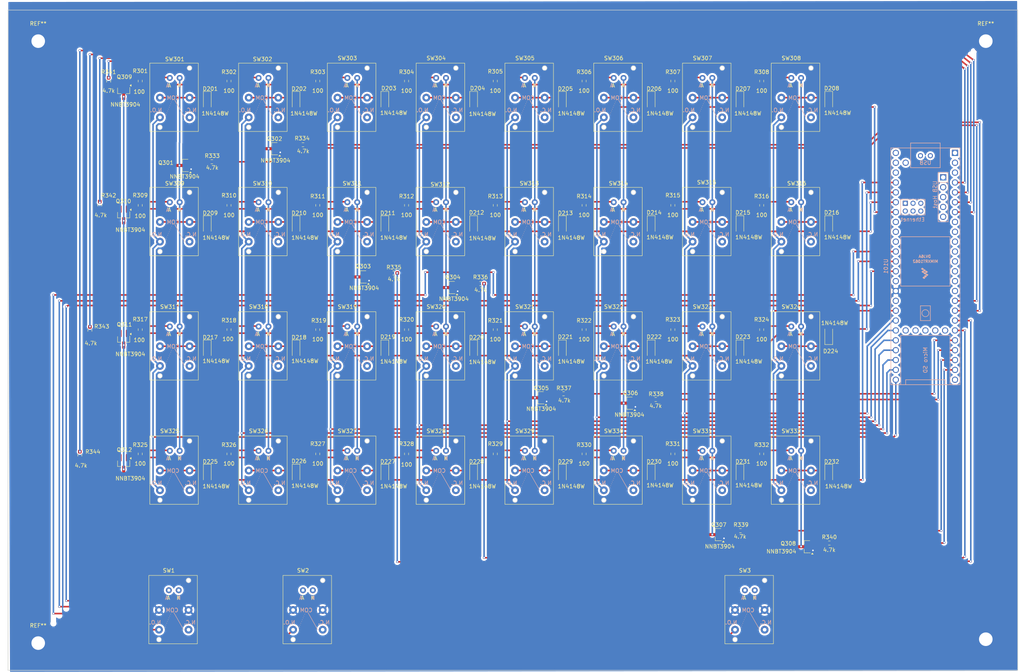
<source format=kicad_pcb>
(kicad_pcb (version 20240108) (generator "pcbnew") (generator_version "8.0")
  (title_block (title "k2503100") (date "2025-02-01") (rev "1.00") (company "HOLLY&Co.,Ltd."))
  (layers (0 "F.Cu" signal) (31 "B.Cu" signal) (34 "B.Paste" user) (35 "F.Paste" user) (36 "B.SilkS" user "B.Silkscreen") (37 "F.SilkS" user "F.Silkscreen") (38 "B.Mask" user) (39 "F.Mask" user) (44 "Edge.Cuts" user))
  (net 0 "")
  (net 1 "/KYBD_UNiT/KROW1")
  (net 2 "Net-(D201-K)")
  (net 3 "Net-(D202-K)")
  (net 4 "Net-(D203-K)")
  (net 5 "Net-(D204-K)")
  (net 6 "Net-(D205-K)")
  (net 7 "Net-(D206-K)")
  (net 8 "Net-(D207-K)")
  (net 9 "Net-(D208-K)")
  (net 10 "Net-(D209-K)")
  (net 11 "/KYBD_UNiT/KROW2")
  (net 12 "Net-(D210-K)")
  (net 13 "Net-(D211-K)")
  (net 14 "Net-(D212-K)")
  (net 15 "Net-(D213-K)")
  (net 16 "Net-(D214-K)")
  (net 17 "Net-(D215-K)")
  (net 18 "Net-(D216-K)")
  (net 19 "Net-(D217-K)")
  (net 20 "/KYBD_UNiT/KROW3")
  (net 21 "Net-(D218-K)")
  (net 22 "Net-(D219-K)")
  (net 23 "Net-(D220-K)")
  (net 24 "Net-(D221-K)")
  (net 25 "Net-(D222-K)")
  (net 26 "Net-(D223-K)")
  (net 27 "Net-(D224-K)")
  (net 28 "/KYBD_UNiT/KROW4")
  (net 29 "Net-(D225-K)")
  (net 30 "Net-(D226-K)")
  (net 31 "Net-(D227-K)")
  (net 32 "Net-(D228-K)")
  (net 33 "Net-(D229-K)")
  (net 34 "Net-(D230-K)")
  (net 35 "Net-(D231-K)")
  (net 36 "Net-(D232-K)")
  (net 37 "Net-(Q301-C)")
  (net 38 "Net-(Q301-B)")
  (net 39 "Net-(Q302-C)")
  (net 40 "Net-(Q302-B)")
  (net 41 "Net-(Q303-B)")
  (net 42 "Net-(Q303-C)")
  (net 43 "Net-(Q304-C)")
  (net 44 "Net-(Q304-B)")
  (net 45 "Net-(Q305-C)")
  (net 46 "Net-(Q305-B)")
  (net 47 "Net-(Q306-B)")
  (net 48 "Net-(Q306-C)")
  (net 49 "Net-(Q307-B)")
  (net 50 "Net-(Q307-C)")
  (net 51 "Net-(Q308-B)")
  (net 52 "Net-(Q308-C)")
  (net 53 "5V")
  (net 54 "Net-(Q309-B)")
  (net 55 "Net-(Q309-E)")
  (net 56 "Net-(Q310-B)")
  (net 57 "Net-(Q310-E)")
  (net 58 "Net-(Q311-B)")
  (net 59 "Net-(Q311-E)")
  (net 60 "Net-(Q312-B)")
  (net 61 "Net-(Q312-E)")
  (net 63 "/KYBD_UNiT/KCOL1")
  (net 64 "Net-(R301-Pad2)")
  (net 65 "Net-(R302-Pad2)")
  (net 66 "/KYBD_UNiT/KCOL2")
  (net 69 "/KYBD_UNiT/KCOL3")
  (net 70 "Net-(R303-Pad2)")
  (net 71 "/KYBD_UNiT/KCOL4")
  (net 72 "Net-(R304-Pad2)")
  (net 74 "/KYBD_UNiT/KCOL5")
  (net 75 "Net-(R305-Pad2)")
  (net 77 "Net-(R306-Pad2)")
  (net 79 "/KYBD_UNiT/KCOL6")
  (net 81 "Net-(R307-Pad2)")
  (net 82 "/KYBD_UNiT/KCOL7")
  (net 83 "/KYBD_UNiT/KCOL8")
  (net 84 "Net-(R308-Pad2)")
  (net 87 "Net-(R309-Pad2)")
  (net 88 "Net-(R310-Pad2)")
  (net 91 "Net-(R311-Pad2)")
  (net 92 "Net-(R312-Pad2)")
  (net 94 "Net-(R313-Pad2)")
  (net 96 "Net-(R314-Pad2)")
  (net 98 "Net-(R315-Pad2)")
  (net 100 "Net-(R316-Pad2)")
  (net 103 "Net-(R317-Pad2)")
  (net 105 "Net-(R318-Pad2)")
  (net 107 "Net-(R319-Pad2)")
  (net 109 "Net-(R320-Pad2)")
  (net 110 "Net-(R321-Pad2)")
  (net 112 "Net-(R322-Pad2)")
  (net 115 "Net-(R323-Pad2)")
  (net 116 "Net-(R324-Pad2)")
  (net 118 "Net-(R325-Pad2)")
  (net 121 "Net-(R326-Pad2)")
  (net 122 "Net-(R327-Pad2)")
  (net 124 "Net-(R328-Pad2)")
  (net 127 "Net-(R329-Pad2)")
  (net 128 "Net-(R330-Pad2)")
  (net 131 "Net-(R331-Pad2)")
  (net 132 "Net-(R332-Pad2)")
  (net 145 "Net-(U101-15_A1_RX3_SPDIF_IN)")
  (net 148 "/KYBD_UNiT/COL6")
  (net 151 "/KYBD_UNiT/ROW3")
  (net 154 "/KYBD_UNiT/ROW4")
  (net 157 "/GND")
  (net 159 "Net-(U101-16_A2_RX4_SCL1)")
  (net 160 "/KYBD_UNiT/ROW2")
  (net 163 "/KYBD_UNiT/COL8")
  (net 167 "/KYBD_UNiT/COL3")
  (net 169 "Net-(U101-14_A0_TX3_SPDIF_OUT)")
  (net 170 "/KYBD_UNiT/COL2")
  (net 171 "/KYBD_UNiT/COL7")
  (net 176 "/KYBD_UNiT/ROW1")
  (net 180 "/KYBD_UNiT/COL5")
  (net 183 "/KYBD_UNiT/COL4")
  (net 185 "/KYBD_UNiT/COL1")
  (footprint "Resistor_SMD:R_0603_1608Metric_Pad0.98x0.95mm_HandSolder" (layer "F.Cu") (at 187.706 78.2695 90)
    (property "Reference" "R305")
    (property "Value" "100")
  )
  (footprint "HOLLY2:MP86A1" (layer "F.Cu") (at 218.186 138.938)
    (property "Reference" "SW322")
    (property "Value" "~")
    (fp_circle (center -2.54 15.24) (end -1.96 15.24) (stroke (width 0.12)) (fill none) (layer "Edge.Cuts"))
    (fp_circle (center 5.08 0) (end 5.66 0) (stroke (width 0.12)) (fill none) (layer "Edge.Cuts"))
  )
  (footprint "HOLLY2:MP86A1" (layer "F.Cu") (at 126.746 170.942)
    (property "Reference" "SW326")
    (property "Value" "~")
    (fp_circle (center -2.54 15.24) (end -1.96 15.24) (stroke (width 0.12)) (fill none) (layer "Edge.Cuts"))
    (fp_circle (center 5.08 0) (end 5.66 0) (stroke (width 0.12)) (fill none) (layer "Edge.Cuts"))
  )
  (footprint "Diode_SMD:D_SOD-123" (layer "F.Cu") (at 182.118 83.312 -90)
    (property "Reference" "D204")
    (property "Value" "1N4148W")
  )
  (footprint "MountingHole:MountingHole_3.5mm_Pad" (layer "F.Cu") (at 314 222)
    (property "Reference" "REF**" (hide yes))
    (property "Value" "MountingHole_3.5mm_Pad" (hide yes))
  )
  (footprint "HOLLY2:MP86A1" (layer "F.Cu") (at 172.466 106.934)
    (property "Reference" "SW312")
    (property "Value" "~")
    (fp_circle (center -2.54 15.24) (end -1.96 15.24) (stroke (width 0.12)) (fill none) (layer "Edge.Cuts"))
    (fp_circle (center 5.08 0) (end 5.66 0) (stroke (width 0.12)) (fill none) (layer "Edge.Cuts"))
  )
  (footprint "Resistor_SMD:R_0603_1608Metric_Pad0.98x0.95mm_HandSolder" (layer "F.Cu") (at 164.846 142.2775 90)
    (property "Reference" "R320")
    (property "Value" "100")
  )
  (footprint "Resistor_SMD:R_0603_1608Metric_Pad0.98x0.95mm_HandSolder" (layer "F.Cu") (at 164.846 174.2815 90)
    (property "Reference" "R328")
    (property "Value" "100")
  )
  (footprint "Package_TO_SOT_SMD:SOT-23_Handsoldering" (layer "F.Cu") (at 222.274 161.224 180)
    (property "Reference" "Q306")
    (property "Value" "NNBT3904")
  )
  (footprint "Package_TO_SOT_SMD:SOT-23_Handsoldering" (layer "F.Cu") (at 92.014 80.748 -90)
    (property "Reference" "Q309")
    (property "Value" "NNBT3904")
  )
  (footprint "Resistor_SMD:R_0603_1608Metric_Pad0.98x0.95mm_HandSolder" (layer "F.Cu") (at 141.986 174.2815 90)
    (property "Reference" "R327")
    (property "Value" "100")
  )
  (footprint "Package_TO_SOT_SMD:SOT-23_Handsoldering" (layer "F.Cu") (at 92.014 144.756 -90)
    (property "Reference" "Q311")
    (property "Value" "NNBT3904")
  )
  (footprint "HOLLY2:MP86A1" (layer "F.Cu") (at 218.186 170.942)
    (property "Reference" "SW330")
    (property "Value" "~")
    (fp_circle (center -2.54 15.24) (end -1.96 15.24) (stroke (width 0.12)) (fill none) (layer "Edge.Cuts"))
    (fp_circle (center 5.08 0) (end 5.66 0) (stroke (width 0.12)) (fill none) (layer "Edge.Cuts"))
  )
  (footprint "Package_TO_SOT_SMD:SOT-23_Handsoldering" (layer "F.Cu") (at 92.014 176.76 -90)
    (property "Reference" "Q312")
    (property "Value" "NNBT3904")
  )
  (footprint "HOLLY2:MP86A1" (layer "F.Cu") (at 172.466 138.938)
    (property "Reference" "SW320")
    (property "Value" "~")
    (fp_circle (center -2.54 15.24) (end -1.96 15.24) (stroke (width 0.12)) (fill none) (layer "Edge.Cuts"))
    (fp_circle (center 5.08 0) (end 5.66 0) (stroke (width 0.12)) (fill none) (layer "Edge.Cuts"))
  )
  (footprint "Resistor_SMD:R_0603_1608Metric_Pad0.98x0.95mm_HandSolder" (layer "F.Cu") (at 229.0045 160.274 180)
    (property "Reference" "R338")
    (property "Value" "4.7k")
  )
  (footprint "HOLLY2:MP86A1" (layer "F.Cu") (at 263.906 138.938)
    (property "Reference" "SW324")
    (property "Value" "~")
    (fp_circle (center -2.54 15.24) (end -1.96 15.24) (stroke (width 0.12)) (fill none) (layer "Edge.Cuts"))
    (fp_circle (center 5.08 0) (end 5.66 0) (stroke (width 0.12)) (fill none) (layer "Edge.Cuts"))
  )
  (footprint "HOLLY2:MP86A1" (layer "F.Cu") (at 126.746 106.934)
    (property "Reference" "SW310")
    (property "Value" "~")
    (fp_circle (center -2.54 15.24) (end -1.96 15.24) (stroke (width 0.12)) (fill none) (layer "Edge.Cuts"))
    (fp_circle (center 5.08 0) (end 5.66 0) (stroke (width 0.12)) (fill none) (layer "Edge.Cuts"))
  )
  (footprint "HOLLY2:MP86A1" (layer "F.Cu") (at 195.326 170.942)
    (property "Reference" "SW329")
    (property "Value" "~")
    (fp_circle (center -2.54 15.24) (end -1.96 15.24) (stroke (width 0.12)) (fill none) (layer "Edge.Cuts"))
    (fp_circle (center 5.08 0) (end 5.66 0) (stroke (width 0.12)) (fill none) (layer "Edge.Cuts"))
  )
  (footprint "Resistor_SMD:R_0603_1608Metric_Pad0.98x0.95mm_HandSolder" (layer "F.Cu") (at 183.896 130.429 180)
    (property "Reference" "R336")
    (property "Value" "4.7k")
  )
  (footprint "HOLLY2:MP86A1" (layer "F.Cu") (at 149.606 74.93)
    (property "Reference" "SW303")
    (property "Value" "~")
    (fp_circle (center -2.54 15.24) (end -1.96 15.24) (stroke (width 0.12)) (fill none) (layer "Edge.Cuts"))
    (fp_circle (center 5.08 0) (end 5.66 0) (stroke (width 0.12)) (fill none) (layer "Edge.Cuts"))
  )
  (footprint "Resistor_SMD:R_0603_1608Metric_Pad0.98x0.95mm_HandSolder" (layer "F.Cu") (at 96.266 174.2815 90)
    (property "Reference" "R325")
    (property "Value" "100")
  )
  (footprint "HOLLY2:MP86A1" (layer "F.Cu") (at 195.326 106.934)
    (property "Reference" "SW313")
    (property "Value" "~")
    (fp_circle (center -2.54 15.24) (end -1.96 15.24) (stroke (width 0.12)) (fill none) (layer "Edge.Cuts"))
    (fp_circle (center 5.08 0) (end 5.66 0) (stroke (width 0.12)) (fill none) (layer "Edge.Cuts"))
  )
  (footprint "Package_TO_SOT_SMD:SOT-23_Handsoldering" (layer "F.Cu") (at 199.414 159.827 180)
    (property "Reference" "Q305")
    (property "Value" "NNBT3904")
  )
  (footprint "Diode_SMD:D_SOD-123" (layer "F.Cu") (at 227.838 83.312 -90)
    (property "Reference" "D206")
    (property "Value" "1N4148W")
  )
  (footprint "Diode_SMD:D_SOD-123" (layer "F.Cu") (at 159.258 115.316 -90)
    (property "Reference" "D211")
    (property "Value" "1N4148W")
  )
  (footprint "Diode_SMD:D_SOD-123" (layer "F.Cu") (at 273.558 143.764 90)
    (property "Reference" "D224")
    (property "Value" "1N4148W")
  )
  (footprint "Resistor_SMD:R_0603_1608Metric_Pad0.98x0.95mm_HandSolder" (layer "F.Cu") (at 205.28 158.806 180)
    (property "Reference" "R337")
    (property "Value" "4.7k")
  )
  (footprint "HOLLY2:MP86A1" (layer "F.Cu") (at 149.606 138.938)
    (property "Reference" "SW319")
    (property "Value" "~")
    (fp_circle (center -2.54 15.24) (end -1.96 15.24) (stroke (width 0.12)) (fill none) (layer "Edge.Cuts"))
    (fp_circle (center 5.08 0) (end 5.66 0) (stroke (width 0.12)) (fill none) (layer "Edge.Cuts"))
  )
  (footprint "HOLLY2:MP86A1" (layer "F.Cu") (at 241.046 138.938)
    (property "Reference" "SW323")
    (property "Value" "~")
    (fp_circle (center -2.54 15.24) (end -1.96 15.24) (stroke (width 0.12)) (fill none) (layer "Edge.Cuts"))
    (fp_circle (center 5.08 0) (end 5.66 0) (stroke (width 0.12)) (fill none) (layer "Edge.Cuts"))
  )
  (footprint "MountingHole:MountingHole_3.5mm_Pad" (layer "F.Cu") (at 70 68)
    (property "Reference" "REF**")
    (property "Value" "MountingHole_3.5mm_Pad")
  )
  (footprint "Resistor_SMD:R_0603_1608Metric_Pad0.98x0.95mm_HandSolder" (layer "F.Cu") (at 273.7085 197.231 180)
    (property "Reference" "R340")
    (property "Value" "4.7k")
  )
  (footprint "Resistor_SMD:R_0603_1608Metric_Pad0.98x0.95mm_HandSolder" (layer "F.Cu") (at 114.7045 99.06 180)
    (property "Reference" "R333")
    (property "Value" "4.7k")
  )
  (footprint "Package_TO_SOT_SMD:SOT-23_Handsoldering" (layer "F.Cu") (at 130.834 95.692 180)
    (property "Reference" "Q302")
    (property "Value" "NNBT3904")
  )
  (footprint "Resistor_SMD:R_0603_1608Metric_Pad0.98x0.95mm_HandSolder" (layer "F.Cu") (at 233.426 174.2815 90)
    (property "Reference" "R331")
    (property "Value" "100")
  )
  (footprint "Resistor_SMD:R_0603_1608Metric_Pad0.98x0.95mm_HandSolder" (layer "F.Cu") (at 164.846 78.2695 90)
    (property "Reference" "R304")
    (property "Value" "100")
  )
  (footprint "Diode_SMD:D_SOD-123" (layer "F.Cu") (at 136.398 83.312 -90)
    (property "Reference" "D202")
    (property "Value" "1N4148W")
  )
  (footprint "Diode_SMD:D_SOD-123" (layer "F.Cu") (at 113.538 179.324 -90)
    (property "Reference" "D225")
    (property "Value" "1N4148W")
  )
  (footprint "Resistor_SMD:R_0603_1608Metric_Pad0.98x0.95mm_HandSolder" (layer "F.Cu") (at 161.544 127.696 180)
    (property "Reference" "R335")
    (property "Value" "4.7k")
  )
  (footprint "Resistor_SMD:R_0603_1608Metric_Pad0.98x0.95mm_HandSolder" (layer "F.Cu") (at 85.852 110.236 90)
    (property "Reference" "R342")
    (property "Value" "4.7k")
  )
  (footprint "HOLLY2:MP86A1" (layer "F.Cu") (at 195.326 138.938)
    (property "Reference" "SW321")
    (property "Value" "~")
    (fp_circle (center -2.54 15.24) (end -1.96 15.24) (stroke (width 0.12)) (fill none) (layer "Edge.Cuts"))
    (fp_circle (center 5.08 0) (end 5.66 0) (stroke (width 0.12)) (fill none) (layer "Edge.Cuts"))
  )
  (footprint "Resistor_SMD:R_0603_1608Metric_Pad0.98x0.95mm_HandSolder" (layer "F.Cu") (at 210.566 174.2815 90)
    (property "Reference" "R330")
    (property "Value" "100")
  )
  (footprint "Resistor_SMD:R_0603_1608Metric_Pad0.98x0.95mm_HandSolder" (layer "F.Cu") (at 96.266 142.2775 90)
    (property "Reference" "R317")
    (property "Value" "100")
  )
  (footprint "Resistor_SMD:R_0603_1608Metric_Pad0.98x0.95mm_HandSolder" (layer "F.Cu") (at 250.825 194.056 180)
    (property "Reference" "R339")
    (property "Value" "4.7k")
  )
  (footprint "HOLLY2:MP86A1" (layer "F.Cu") (at 251.968 206.85)
    (property "Reference" "SW3")
    (property "Value" "SW_Push")
    (fp_circle (center -2.54 15.24) (end -1.96 15.24) (stroke (width 0.12)) (fill none) (layer "Edge.Cuts"))
    (fp_circle (center 5.08 0) (end 5.66 0) (stroke (width 0.12)) (fill none) (layer "Edge.Cuts"))
  )
  (footprint "HOLLY2:MP86A1" (layer "F.Cu") (at 172.466 170.942)
    (property "Reference" "SW328")
    (property "Value" "~")
    (fp_circle (center -2.54 15.24) (end -1.96 15.24) (stroke (width 0.12)) (fill none) (layer "Edge.Cuts"))
    (fp_circle (center 5.08 0) (end 5.66 0) (stroke (width 0.12)) (fill none) (layer "Edge.Cuts"))
  )
  (footprint "Diode_SMD:D_SOD-123" (layer "F.Cu") (at 250.698 179.324 -90)
    (property "Reference" "D231")
    (property "Value" "1N4148W")
  )
  (footprint "Diode_SMD:D_SOD-123" (layer "F.Cu") (at 204.978 83.312 -90)
    (property "Reference" "D205")
    (property "Value" "1N4148W")
  )
  (footprint "HOLLY2:MP86A1" (layer "F.Cu") (at 241.046 74.93)
    (property "Reference" "SW307")
    (property "Value" "~")
    (fp_circle (center -2.54 15.24) (end -1.96 15.24) (stroke (width 0.12)) (fill none) (layer "Edge.Cuts"))
    (fp_circle (center 5.08 0) (end 5.66 0) (stroke (width 0.12)) (fill none) (layer "Edge.Cuts"))
  )
  (footprint "Resistor_SMD:R_0603_1608Metric_Pad0.98x0.95mm_HandSolder" (layer "F.Cu") (at 210.566 78.2695 90)
    (property "Reference" "R306")
    (property "Value" "100")
  )
  (footprint "HOLLY2:MP86A1" (layer "F.Cu") (at 241.046 106.934)
    (property "Reference" "SW315")
    (property "Value" "~")
    (fp_circle (center -2.54 15.24) (end -1.96 15.24) (stroke (width 0.12)) (fill none) (layer "Edge.Cuts"))
    (fp_circle (center 5.08 0) (end 5.66 0) (stroke (width 0.12)) (fill none) (layer "Edge.Cuts"))
  )
  (footprint "Resistor_SMD:R_0603_1608Metric_Pad0.98x0.95mm_HandSolder" (layer "F.Cu") (at 119.126 110.2735 90)
    (property "Reference" "R310")
    (property "Value" "100")
  )
  (footprint "HOLLY2:MP86A1" (layer "F.Cu") (at 138.176 206.85)
    (property "Reference" "SW2")
    (property "Value" "SW_Push")
    (fp_circle (center -2.54 15.24) (end -1.96 15.24) (stroke (width 0.12)) (fill none) (layer "Edge.Cuts"))
    (fp_circle (center 5.08 0) (end 5.66 0) (stroke (width 0.12)) (fill none) (layer "Edge.Cuts"))
  )
  (footprint "Diode_SMD:D_SOD-123" (layer "F.Cu") (at 273.558 179.324 -90)
    (property "Reference" "D232")
    (property "Value" "1N4148W")
  )
  (footprint "HOLLY2:MP86A1" (layer "F.Cu") (at 103.886 170.942)
    (property "Reference" "SW325")
    (property "Value" "~")
    (fp_circle (center -2.54 15.24) (end -1.96 15.24) (stroke (width 0.12)) (fill none) (layer "Edge.Cuts"))
    (fp_circle (center 5.08 0) (end 5.66 0) (stroke (width 0.12)) (fill none) (layer "Edge.Cuts"))
  )
  (footprint "HOLLY2:MP86A1" (layer "F.Cu") (at 103.886 138.938)
    (property "Reference" "SW317")
    (property "Value" "~")
    (fp_circle (center -2.54 15.24) (end -1.96 15.24) (stroke (width 0.12)) (fill none) (layer "Edge.Cuts"))
    (fp_circle (center 5.08 0) (end 5.66 0) (stroke (width 0.12)) (fill none) (layer "Edge.Cuts"))
  )
  (footprint "Package_TO_SOT_SMD:SOT-23_Handsoldering" (layer "F.Cu") (at 92.014 112.752 -90)
    (property "Reference" "Q310")
    (property "Value" "NNBT3904")
  )
  (footprint "Diode_SMD:D_SOD-123" (layer "F.Cu") (at 204.978 115.316 -90)
    (property "Reference" "D213")
    (property "Value" "1N4148W")
  )
  (footprint "Diode_SMD:D_SOD-123" (layer "F.Cu") (at 113.538 115.314 -90)
    (property "Reference" "D209")
    (property "Value" "1N4148W")
  )
  (footprint "HOLLY2:MP86A1" (layer "F.Cu") (at 241.046 170.942)
    (property "Reference" "SW331")
    (property "Value" "~")
    (fp_circle (center -2.54 15.24) (end -1.96 15.24) (stroke (width 0.12)) (fill none) (layer "Edge.Cuts"))
    (fp_circle (center 5.08 0) (end 5.66 0) (stroke (width 0.12)) (fill none) (layer "Edge.Cuts"))
  )
  (footprint "Diode_SMD:D_SOD-123" (layer "F.Cu") (at 113.538 147.32 -90)
    (property "Reference" "D217")
    (property "Value" "1N4148W")
  )
  (footprint "Resistor_SMD:R_0603_1608Metric_Pad0.98x0.95mm_HandSolder" (layer "F.Cu") (at 141.986 142.2775 90)
    (property "Reference" "R319")
    (property "Value" "100")
  )
  (footprint "HOLLY2:MP86A1" (layer "F.Cu") (at 149.606 170.942)
    (property "Reference" "SW327")
    (property "Value" "~")
    (fp_circle (center -2.54 15.24) (end -1.96 15.24) (stroke (width 0.12)) (fill none) (layer "Edge.Cuts"))
    (fp_circle (center 5.08 0) (end 5.66 0) (stroke (width 0.12)) (fill none) (layer "Edge.Cuts"))
  )
  (footprint "Resistor_SMD:R_0603_1608Metric_Pad0.98x0.95mm_HandSolder" (layer "F.Cu") (at 96.266 78.2695 90)
    (property "Reference" "R301")
    (property "Value" "100")
  )
  (footprint "Resistor_SMD:R_0603_1608Metric_Pad0.98x0.95mm_HandSolder" (layer "F.Cu") (at 138.176 94.676 180)
    (property "Reference" "R334")
    (property "Value" "4.7k")
  )
  (footprint "HOLLY2:MP86A1" (layer "F.Cu") (at 103.886 74.93)
    (property "Reference" "SW301")
    (property "Value" "~")
    (fp_circle (center -2.54 15.24) (end -1.96 15.24) (stroke (width 0.12)) (fill none) (layer "Edge.Cuts"))
    (fp_circle (center 5.08 0) (end 5.66 0) (stroke (width 0.12)) (fill none) (layer "Edge.Cuts"))
  )
  (footprint "HOLLY2:MP86A1" (layer "F.Cu") (at 263.906 170.942)
    (property "Reference" "SW332")
    (property "Value" "~")
    (fp_circle (center -2.54 15.24) (end -1.96 15.24) (stroke (width 0.12)) (fill none) (layer "Edge.Cuts"))
    (fp_circle (center 5.08 0) (end 5.66 0) (stroke (width 0.12)) (fill none) (layer "Edge.Cuts"))
  )
  (footprint "Diode_SMD:D_SOD-123" (layer "F.Cu") (at 182.118 115.316 -90)
    (property "Reference" "D212")
    (property "Value" "1N4148W")
  )
  (footprint "HOLLY2:MP86A1" (layer "F.Cu") (at 126.746 74.93)
    (property "Reference" "SW302")
    (property "Value" "~")
    (fp_circle (center -2.54 15.24) (end -1.96 15.24) (stroke (width 0.12)) (fill none) (layer "Edge.Cuts"))
    (fp_circle (center 5.08 0) (end 5.66 0) (stroke (width 0.12)) (fill none) (layer "Edge.Cuts"))
  )
  (footprint "MountingHole:MountingHole_3.5mm_Pad" (layer "F.Cu") (at 314 68)
    (property "Reference" "REF**")
    (property "Value" "MountingHole_3.5mm_Pad")
  )
  (footprint "Diode_SMD:D_SOD-123" (layer "F.Cu") (at 136.398 147.32 -90)
    (property "Reference" "D218")
    (property "Value" "1N4148W")
  )
  (footprint "Resistor_SMD:R_0603_1608Metric_Pad0.98x0.95mm_HandSolder" (layer "F.Cu") (at 141.986 78.2695 90)
    (property "Reference" "R303")
    (property "Value" "100")
  )
  (footprint "Resistor_SMD:R_0603_1608Metric_Pad0.98x0.95mm_HandSolder" (layer "F.Cu") (at 256.286 174.2815 90)
    (property "Reference" "R332")
    (property "Value" "100")
  )
  (footprint "Diode_SMD:D_SOD-123" (layer "F.Cu") (at 273.558 83.312 -90)
    (property "Reference" "D208")
    (property "Value" "1N4148W")
  )
  (footprint "Diode_SMD:D_SOD-123" (layer "F.Cu") (at 227.838 147.32 -90)
    (property "Reference" "D222")
    (property "Value" "1N4148W")
  )
  (footprint "Resistor_SMD:R_0603_1608Metric_Pad0.98x0.95mm_HandSolder" (layer "F.Cu") (at 141.986 110.2735 90)
    (property "Reference" "R311")
    (property "Value" "100")
  )
  (footprint "Package_TO_SOT_SMD:SOT-23_Handsoldering" (layer "F.Cu") (at 176.506 131.445 180)
    (property "Reference" "Q304")
    (property "Value" "NNBT3904")
  )
  (footprint "Resistor_SMD:R_0603_1608Metric_Pad0.98x0.95mm_HandSolder" (layer "F.Cu") (at 256.286 110.2735 90)
    (property "Reference" "R316")
    (property "Value" "100")
  )
  (footprint "Diode_SMD:D_SOD-123" (layer "F.Cu") (at 159.258 147.32 -90)
    (property "Reference" "D219")
    (property "Value" "1N4148W")
  )
  (footprint "Resistor_SMD:R_0603_1608Metric_Pad0.98x0.95mm_HandSolder" (layer "F.Cu") (at 187.706 174.2815 90)
    (property "Reference" "R329")
    (property "Value" "100")
  )
  (footprint "Resistor_SMD:R_0603_1608Metric_Pad0.98x0.95mm_HandSolder" (layer "F.Cu") (at 187.706 142.2775 90)
    (property "Reference" "R321")
    (property "Value" "100")
  )
  (footprint "Resistor_SMD:R_0603_1608Metric_Pad0.98x0.95mm_HandSolder" (layer "F.Cu") (at 233.426 110.2735 90)
    (property "Reference" "R315")
    (property "Value" "100")
  )
  (footprint "HOLLY2:MP86A1" (layer "F.Cu") (at 195.326 74.93)
    (property "Reference" "SW305")
    (property "Value" "~")
    (fp_circle (center -2.54 15.24) (end -1.96 15.24) (stroke (width 0.12)) (fill none) (layer "Edge.Cuts"))
    (fp_circle (center 5.08 0) (end 5.66 0) (stroke (width 0.12)) (fill none) (layer "Edge.Cuts"))
  )
  (footprint "Diode_SMD:D_SOD-123" (layer "F.Cu") (at 182.118 179.324 -90)
    (property "Reference" "D228")
    (property "Value" "1N4148W")
  )
  (footprint "HOLLY2:MP86A1" (layer "F.Cu") (at 218.186 74.93)
    (property "Reference" "SW306")
    (property "Value" "~")
    (fp_circle (center -2.54 15.24) (end -1.96 15.24) (stroke (width 0.12)) (fill none) (layer "Edge.Cuts"))
    (fp_circle (center 5.08 0) (end 5.66 0) (stroke (width 0.12)) (fill none) (layer "Edge.Cuts"))
  )
  (footprint "HOLLY2:MP86A1" (layer "F.Cu") (at 263.906 74.93)
    (property "Reference" "SW308")
    (property "Value" "~")
    (fp_circle (center -2.54 15.24) (end -1.96 15.24) (stroke (width 0.12)) (fill none) (layer "Edge.Cuts"))
    (fp_circle (center 5.08 0) (end 5.66 0) (stroke (width 0.12)) (fill none) (layer "Edge.Cuts"))
  )
  (footprint "Resistor_SMD:R_0603_1608Metric_Pad0.98x0.95mm_HandSolder" (layer "F.Cu") (at 256.286 78.2695 90)
    (property "Reference" "R308")
    (property "Value" "100")
  )
  (footprint "Diode_SMD:D_SOD-123" (layer "F.Cu") (at 250.698 115.316 -90)
    (property "Reference" "D215")
    (property "Value" "1N4148W")
  )
  (footprint "HOLLY2:MP86A1" (layer "F.Cu") (at 218.186 106.934)
    (property "Reference" "SW314")
    (property "Value" "~")
    (fp_circle (center -2.54 15.24) (end -1.96 15.24) (stroke (width 0.12)) (fill none) (layer "Edge.Cuts"))
    (fp_circle (center 5.08 0) (end 5.66 0) (stroke (width 0.12)) (fill none) (layer "Edge.Cuts"))
  )
  (footprint "Resistor_SMD:R_0603_1608Metric_Pad0.98x0.95mm_HandSolder" (layer "F.Cu") (at 233.426 142.2775 90)
    (property "Reference" "R323")
    (property "Value" "100")
  )
  (footprint "Package_TO_SOT_SMD:SOT-23_Handsoldering" (layer "F.Cu") (at 245.086 195.072 180)
    (property "Reference" "Q307")
    (property "Value" "NNBT3904")
  )
  (footprint "Resistor_SMD:R_0603_1608Metric_Pad0.98x0.95mm_HandSolder" (layer "F.Cu") (at 210.566 110.2735 90)
    (property "Reference" "R314")
    (property "Value" "100")
  )
  (footprint "Resistor_SMD:R_0603_1608Metric_Pad0.98x0.95mm_HandSolder" (layer "F.Cu") (at 233.426 78.2695 90)
    (property "Reference" "R307")
    (property "Value" "100")
  )
  (footprint "Diode_SMD:D_SOD-123" (layer "F.Cu") (at 227.838 115.316 -90)
    (property "Reference" "D214")
    (property "Value" "1N4148W")
  )
  (footprint "Package_TO_SOT_SMD:SOT-23_Handsoldering" (layer "F.Cu") (at 153.694 128.712 180)
    (property "Reference" "Q303")
    (property "Value" "NNBT3904")
  )
  (footprint "MountingHole:MountingHole_3.5mm_Pad" (layer "F.Cu") (at 70 223)
    (property "Reference" "REF**")
    (property "Value" "MountingHole_3.5mm_Pad")
  )
  (footprint "Diode_SMD:D_SOD-123" (layer "F.Cu") (at 204.978 147.32 -90)
    (property "Reference" "D221")
    (property "Value" "1N4148W")
  )
  (footprint "Resistor_SMD:R_0603_1608Metric_Pad0.98x0.95mm_HandSolder" (layer "F.Cu") (at 210.566 142.2775 90)
    (property "Reference" "R322")
    (property "Value" "100")
  )
  (footprint "Package_TO_SOT_SMD:SOT-23_Handsoldering" (layer "F.Cu") (at 267.994 198.186 180)
    (property "Reference" "Q308")
    (property "Value" "NNBT3904")
  )
  (footprint "Resistor_SMD:R_0603_1608Metric_Pad0.98x0.95mm_HandSolder" (layer "F.Cu") (at 164.846 110.2735 90)
    (property "Reference" "R312")
    (property "Value" "100")
  )
  (footprint "Resistor_SMD:R_0603_1608Metric_Pad0.98x0.95mm_HandSolder" (layer "F.Cu") (at 119.126 78.2695 90)
    (property "Reference" "R302")
    (property "Value" "100")
  )
  (footprint "Resistor_SMD:R_0603_1608Metric_Pad0.98x0.95mm_HandSolder" (layer "F.Cu") (at 119.126 174.2815 90)
    (property "Reference" "R326")
    (property "Value" "100")
  )
  (footprint "Diode_SMD:D_SOD-123" (layer "F.Cu") (at 273.558 115.316 -90)
    (property "Reference" "D216")
    (property "Value" "1N4148W")
  )
  (footprint "Diode_SMD:D_SOD-123" (layer "F.Cu") (at 227.838 179.324 -90)
    (property "Reference" "D230")
    (property "Value" "1N4148W")
  )
  (footprint "HOLLY2:MP86A1" (layer "F.Cu") (at 149.606 106.934)
    (property "Reference" "SW311")
    (property "Value" "~")
    (fp_circle (center -2.54 15.24) (end -1.96 15.24) (stroke (width 0.12)) (fill none) (layer "Edge.Cuts"))
    (fp_circle (center 5.08 0) (end 5.66 0) (stroke (width 0.12)) (fill none) (layer "Edge.Cuts"))
  )
  (footprint "HOLLY2:MP86A1" (layer "F.Cu") (at 126.746 138.938)
    (property "Reference" "SW318")
    (property "Value" "~")
    (fp_circle (center -2.54 15.24) (end -1.96 15.24) (stroke (width 0.12)) (fill none) (layer "Edge.Cuts"))
    (fp_circle (center 5.08 0) (end 5.66 0) (stroke (width 0.12)) (fill none) (layer "Edge.Cuts"))
  )
  (footprint "HOLLY2:MP86A1" (layer "F.Cu") (at 263.906 106.934)
    (property "Reference" "SW316")
    (property "Value" "~")
    (fp_circle (center -2.54 15.24) (end -1.96 15.24) (stroke (width 0.12)) (fill none) (layer "Edge.Cuts"))
    (fp_circle (center 5.08 0) (end 5.66 0) (stroke (width 0.12)) (fill none) (layer "Edge.Cuts"))
  )
  (footprint "Resistor_SMD:R_0603_1608Metric_Pad0.98x0.95mm_HandSolder" (layer "F.Cu") (at 96.266 110.2735 90)
    (property "Reference" "R309")
    (property "Value" "100")
  )
  (footprint "Resistor_SMD:R_0603_1608Metric_Pad0.98x0.95mm_HandSolder" (layer "F.Cu") (at 83.312 142.494 90)
    (property "Reference" "R343")
    (property "Value" "4.7k")
  )
  (footprint "Diode_SMD:D_SOD-123" (layer "F.Cu") (at 159.258 83.312 -90)
    (property "Reference" "D203")
    (property "Value" "1N4148W")
  )
  (footprint "Diode_SMD:D_SOD-123" (layer "F.Cu") (at 250.698 83.312 -90)
    (property "Reference" "D207")
    (property "Value" "1N4148W")
  )
  (footprint "Package_TO_SOT_SMD:SOT-23_Handsoldering" (layer "F.Cu") (at 107.8705 100.01 180)
    (property "Reference" "Q301")
    (property "Value" "NNBT3904")
  )
  (footprint "Resistor_SMD:R_0603_1608Metric_Pad0.98x0.95mm_HandSolder" (layer "F.Cu") (at 80.7212 174.625 90)
    (property "Reference" "R344")
    (property "Value" "4.7k")
  )
  (footprint "Diode_SMD:D_SOD-123" (layer "F.Cu") (at 182.118 147.32 -90)
    (property "Reference" "D220")
    (property "Value" "1N4148W")
  )
  (footprint "Diode_SMD:D_SOD-123" (layer "F.Cu") (at 159.258 179.324 -90)
    (property "Reference" "D227")
    (property "Value" "1N4148W")
  )
  (footprint "Diode_SMD:D_SOD-123" (layer "F.Cu") (at 250.698 147.32 -90)
    (property "Reference" "D223")
    (property "Value" "1N4148W")
  )
  (footprint "Diode_SMD:D_SOD-123" (layer "F.Cu") (at 204.978 179.324 -90)
    (property "Reference" "D229")
    (property "Value" "1N4148W")
  )
  (footprint "Resistor_SMD:R_0603_1608Metric_Pad0.98x0.95mm_HandSolder" (layer "F.Cu") (at 187.706 110.2735 90)
    (property "Reference" "R313")
    (property "Value" "100")
  )
  (footprint "HOLLY2:MP86A1" (layer "F.Cu") (at 103.886 106.934)
    (property "Reference" "SW309")
    (property "Value" "~")
    (fp_circle (center -2.54 15.24) (end -1.96 15.24) (stroke (width 0.12)) (fill none) (layer "Edge.Cuts"))
    (fp_circle (center 5.08 0) (end 5.66 0) (stroke (width 0.12)) (fill none) (layer "Edge.Cuts"))
  )
  (footprint "Resistor_SMD:R_0603_1608Metric_Pad0.98x0.95mm_HandSolder" (layer "F.Cu") (at 119.126 142.2775 90)
    (property "Reference" "R318")
    (property "Value" "100")
  )
  (footprint "Diode_SMD:D_SOD-123" (layer "F.Cu") (at 136.398 179.324 -90)
    (property "Reference" "D226")
    (property "Value" "1N4148W")
  )
  (footprint "HOLLY2:MP86A1" (layer "F.Cu") (at 172.466 74.93)
    (property "Reference" "SW304")
    (property "Value" "~")
    (fp_circle (center -2.54 15.24) (end -1.96 15.24) (stroke (width 0.12)) (fill none) (layer "Edge.Cuts"))
    (fp_circle (center 5.08 0) (end 5.66 0) (stroke (width 0.12)) (fill none) (layer "Edge.Cuts"))
  )
  (footprint "Resistor_SMD:R_0603_1608Metric_Pad0.98x0.95mm_HandSolder" (layer "F.Cu") (at 88.138 78.3355 90)
    (property "Reference" "R341")
    (property "Value" "4.7k")
  )
  (footprint "Diode_SMD:D_SOD-123" (layer "F.Cu") (at 113.538 83.312 -90)
    (property "Reference" "D201")
    (property "Value" "1N4148W")
  )
  (footprint "HOLLY2:MP86A1" (layer "F.Cu") (at 103.632 206.85)
    (property "Reference" "SW1")
    (property "Value" "SW_Push")
    (fp_circle (center -2.54 15.24) (end -1.96 15.24) (stroke (width 0.12)) (fill none) (layer "Edge.Cuts"))
    (fp_circle (center 5.08 0) (end 5.66 0) (stroke (width 0.12)) (fill none) (layer "Edge.Cuts"))
  )
  (footprint "Resistor_SMD:R_0603_1608Metric_Pad0.98x0.95mm_HandSolder" (layer "F.Cu") (at 256.286 142.2775 90)
    (property "Reference" "R324")
    (property "Value" "100")
  )
  (footprint "Diode_SMD:D_SOD-123" (layer "F.Cu") (at 136.398 115.314 -90)
    (property "Reference" "D210")
    (property "Value" "1N4148W")
  )
  (footprint "teensy:Teensy41" (layer "B.Cu") (at 298.45 125.984 -90)
    (property "Reference" "U101")
    (property "Value" "Teensy4.1")
  )
  (gr_line (start 322.23 230) (end 62.23 230) (stroke (width 0.15)) (layer "Edge.Cuts"))
  (gr_line (start 62.23 60) (end 322.23 60) (stroke (width 0.15)) (layer "Edge.Cuts"))
  (gr_line (start 322.23 60) (end 322.23 230) (stroke (width 0.15)) (layer "Edge.Cuts"))
  (gr_line (start 62.23 230) (end 62.23 60) (stroke (width 0.15)) (layer "Edge.Cuts"))
  (segment (start 273.558 84.962) (end 285.37 84.962) (width 0.4) (layer "F.Cu") (net 1))
  (segment (start 285.37 111.888) (end 285.496 112.014) (width 0.4) (layer "F.Cu") (net 1))
  (segment (start 136.398 84.962) (end 159.258 84.962) (width 0.4) (layer "F.Cu") (net 1))
  (segment (start 113.538 84.962) (end 136.398 84.962) (width 0.4) (layer "F.Cu") (net 1))
  (segment (start 182.118 84.962) (end 204.978 84.962) (width 0.4) (layer "F.Cu") (net 1))
  (segment (start 159.258 84.962) (end 182.118 84.962) (width 0.4) (layer "F.Cu") (net 1))
  (segment (start 204.978 84.962) (end 227.838 84.962) (width 0.4) (layer "F.Cu") (net 1))
  (segment (start 250.698 84.962) (end 273.558 84.962) (width 0.4) (layer "F.Cu") (net 1))
  (segment (start 285.496 112.014) (end 290.83 112.014) (width 0.4) (layer "F.Cu") (net 1))
  (segment (start 227.838 84.962) (end 250.698 84.962) (width 0.4) (layer "F.Cu") (net 1))
  (via (at 285.37 84.962) (size 0.6) (drill 0.4) (layers "F.Cu" "B.Cu") (net 1))
  (via (at 285.37 111.888) (size 0.6) (drill 0.4) (layers "F.Cu" "B.Cu") (net 1))
  (segment (start 285.37 84.962) (end 285.37 111.888) (width 0.4) (layer "B.Cu") (net 1))
  (segment (start 108.966 82.55) (end 112.65 82.55) (width 0.4) (layer "F.Cu") (net 2))
  (segment (start 112.65 82.55) (end 113.538 81.662) (width 0.4) (layer "F.Cu") (net 2))
  (segment (start 101.346 82.55) (end 108.966 82.55) (width 0.4) (layer "F.Cu") (net 2))
  (segment (start 135.51 82.55) (end 136.398 81.662) (width 0.4) (layer "F.Cu") (net 3))
  (segment (start 131.826 82.55) (end 135.51 82.55) (width 0.4) (layer "F.Cu") (net 3))
  (segment (start 124.206 82.55) (end 131.826 82.55) (width 0.4) (layer "F.Cu") (net 3))
  (segment (start 147.066 82.55) (end 154.686 82.55) (width 0.4) (layer "F.Cu") (net 4))
  (segment (start 158.37 82.55) (end 159.258 81.662) (width 0.4) (layer "F.Cu") (net 4))
  (segment (start 154.686 82.55) (end 158.37 82.55) (width 0.4) (layer "F.Cu") (net 4))
  (segment (start 169.926 82.55) (end 177.546 82.55) (width 0.4) (layer "F.Cu") (net 5))
  (segment (start 181.23 82.55) (end 182.118 81.662) (width 0.4) (layer "F.Cu") (net 5))
  (segment (start 177.546 82.55) (end 181.23 82.55) (width 0.4) (layer "F.Cu") (net 5))
  (segment (start 204.09 82.55) (end 204.978 81.662) (width 0.4) (layer "F.Cu") (net 6))
  (segment (start 200.406 82.55) (end 204.09 82.55) (width 0.4) (layer "F.Cu") (net 6))
  (segment (start 192.786 82.55) (end 200.406 82.55) (width 0.4) (layer "F.Cu") (net 6))
  (segment (start 223.266 82.55) (end 226.95 82.55) (width 0.4) (layer "F.Cu") (net 7))
  (segment (start 226.95 82.55) (end 227.838 81.662) (width 0.4) (layer "F.Cu") (net 7))
  (segment (start 215.646 82.55) (end 223.266 82.55) (width 0.4) (layer "F.Cu") (net 7))
  (segment (start 238.506 82.55) (end 246.126 82.55) (width 0.4) (layer "F.Cu") (net 8))
  (segment (start 246.126 82.55) (end 249.81 82.55) (width 0.4) (layer "F.Cu") (net 8))
  (segment (start 249.81 82.55) (end 250.698 81.662) (width 0.4) (layer "F.Cu") (net 8))
  (segment (start 268.986 82.55) (end 272.67 82.55) (width 0.4) (layer "F.Cu") (net 9))
  (segment (start 261.366 82.55) (end 268.986 82.55) (width 0.4) (layer "F.Cu") (net 9))
  (segment (start 272.67 82.55) (end 273.558 81.662) (width 0.4) (layer "F.Cu") (net 9))
  (segment (start 112.648 114.554) (end 113.538 113.664) (width 0.4) (layer "F.Cu") (net 10))
  (segment (start 108.966 114.554) (end 112.648 114.554) (width 0.4) (layer "F.Cu") (net 10))
  (segment (start 101.346 114.554) (end 108.966 114.554) (width 0.4) (layer "F.Cu") (net 10))
  (segment (start 284.352 109.6) (end 284.478 109.474) (width 0.4) (layer "F.Cu") (net 11))
  (segment (start 182.118 116.966) (end 204.978 116.966) (width 0.4) (layer "F.Cu") (net 11))
  (segment (start 227.838 116.966) (end 250.698 116.966) (width 0.4) (layer "F.Cu") (net 11))
  (segment (start 113.538 116.964) (end 136.398 116.964) (width 0.4) (layer "F.Cu") (net 11))
  (segment (start 204.978 116.966) (end 227.838 116.966) (width 0.4) (layer "F.Cu") (net 11))
  (segment (start 284.478 109.474) (end 290.83 109.474) (width 0.4) (layer "F.Cu") (net 11))
  (segment (start 273.558 116.966) (end 284.352 116.966) (width 0.4) (layer "F.Cu") (net 11))
  (segment (start 159.256 116.964) (end 159.258 116.966) (width 0.4) (layer "F.Cu") (net 11))
  (segment (start 136.398 116.964) (end 159.256 116.964) (width 0.4) (layer "F.Cu") (net 11))
  (segment (start 159.258 116.966) (end 182.118 116.966) (width 0.4) (layer "F.Cu") (net 11))
  (segment (start 250.698 116.966) (end 273.558 116.966) (width 0.4) (layer "F.Cu") (net 11))
  (via (at 284.352 109.6) (size 0.6) (drill 0.4) (layers "F.Cu" "B.Cu") (net 11))
  (via (at 284.352 116.966) (size 0.6) (drill 0.4) (layers "F.Cu" "B.Cu") (net 11))
  (segment (start 284.352 116.966) (end 284.352 109.6) (width 0.4) (layer "B.Cu") (net 11))
  (segment (start 131.826 114.554) (end 135.508 114.554) (width 0.4) (layer "F.Cu") (net 12))
  (segment (start 135.508 114.554) (end 136.398 113.664) (width 0.4) (layer "F.Cu") (net 12))
  (segment (start 124.206 114.554) (end 131.826 114.554) (width 0.4) (layer "F.Cu") (net 12))
  (segment (start 158.37 114.554) (end 159.258 113.666) (width 0.4) (layer "F.Cu") (net 13))
  (segment (start 154.686 114.554) (end 158.37 114.554) (width 0.4) (layer "F.Cu") (net 13))
  (segment (start 147.066 114.554) (end 154.686 114.554) (width 0.4) (layer "F.Cu") (net 13))
  (segment (start 177.546 114.554) (end 181.23 114.554) (width 0.4) (layer "F.Cu") (net 14))
  (segment (start 181.23 114.554) (end 182.118 113.666) (width 0.4) (layer "F.Cu") (net 14))
  (segment (start 169.926 114.554) (end 177.546 114.554) (width 0.4) (layer "F.Cu") (net 14))
  (segment (start 192.786 114.554) (end 200.406 114.554) (width 0.4) (layer "F.Cu") (net 15))
  (segment (start 200.406 114.554) (end 204.09 114.554) (width 0.4) (layer "F.Cu") (net 15))
  (segment (start 204.09 114.554) (end 204.978 113.666) (width 0.4) (layer "F.Cu") (net 15))
  (segment (start 223.266 114.554) (end 226.95 114.554) (width 0.4) (layer "F.Cu") (net 16))
  (segment (start 226.95 114.554) (end 227.838 113.666) (width 0.4) (layer "F.Cu") (net 16))
  (segment (start 215.646 114.554) (end 223.266 114.554) (width 0.4) (layer "F.Cu") (net 16))
  (segment (start 238.506 114.554) (end 246.126 114.554) (width 0.4) (layer "F.Cu") (net 17))
  (segment (start 249.81 114.554) (end 250.698 113.666) (width 0.4) (layer "F.Cu") (net 17))
  (segment (start 246.126 114.554) (end 249.81 114.554) (width 0.4) (layer "F.Cu") (net 17))
  (segment (start 268.986 114.554) (end 272.67 114.554) (width 0.4) (layer "F.Cu") (net 18))
  (segment (start 261.366 114.554) (end 268.986 114.554) (width 0.4) (layer "F.Cu") (net 18))
  (segment (start 272.67 114.554) (end 273.558 113.666) (width 0.4) (layer "F.Cu") (net 18))
  (segment (start 108.966 146.558) (end 112.65 146.558) (width 0.4) (layer "F.Cu") (net 19))
  (segment (start 112.65 146.558) (end 113.538 145.67) (width 0.4) (layer "F.Cu") (net 19))
  (segment (start 101.346 146.558) (end 108.966 146.558) (width 0.4) (layer "F.Cu") (net 19))
  (segment (start 254.89 148.97) (end 260.35 143.51) (width 0.4) (layer "F.Cu") (net 20))
  (segment (start 159.258 148.97) (end 182.118 148.97) (width 0.4) (layer "F.Cu") (net 20))
  (segment (start 260.35 143.51) (end 272.162 143.51) (width 0.4) (layer "F.Cu") (net 20))
  (segment (start 273.558 142.114) (end 283.336 142.114) (width 0.4) (layer "F.Cu") (net 20))
  (segment (start 136.398 148.97) (end 159.258 148.97) (width 0.4) (layer "F.Cu") (net 20))
  (segment (start 283.336 107.062) (end 283.464 106.934) (width 0.4) (layer "F.Cu") (net 20))
  (segment (start 204.978 148.97) (end 227.838 148.97) (width 0.4) (layer "F.Cu") (net 20))
  (segment (start 113.538 148.97) (end 136.398 148.97) (width 0.4) (layer "F.Cu") (net 20))
  (segment (start 283.464 106.934) (end 290.83 106.934) (width 0.4) (layer "F.Cu") (net 20))
  (segment (start 272.162 143.51) (end 273.558 142.114) (width 0.4) (layer "F.Cu") (net 20))
  (segment (start 227.838 148.97) (end 250.698 148.97) (width 0.4) (layer "F.Cu") (net 20))
  (segment (start 250.698 148.97) (end 254.89 148.97) (width 0.4) (layer "F.Cu") (net 20))
  (segment (start 182.118 148.97) (end 204.978 148.97) (width 0.4) (layer "F.Cu") (net 20))
  (via (at 283.336 142.114) (size 0.6) (drill 0.4) (layers "F.Cu" "B.Cu") (net 20))
  (via (at 283.336 107.062) (size 0.6) (drill 0.4) (layers "F.Cu" "B.Cu") (net 20))
  (segment (start 283.336 142.114) (end 283.336 107.062) (width 0.4) (layer "B.Cu") (net 20))
  (segment (start 124.206 146.558) (end 131.826 146.558) (width 0.4) (layer "F.Cu") (net 21))
  (segment (start 131.826 146.558) (end 135.51 146.558) (width 0.4) (layer "F.Cu") (net 21))
  (segment (start 135.51 146.558) (end 136.398 145.67) (width 0.4) (layer "F.Cu") (net 21))
  (segment (start 154.686 146.558) (end 158.37 146.558) (width 0.4) (layer "F.Cu") (net 22))
  (segment (start 158.37 146.558) (end 159.258 145.67) (width 0.4) (layer "F.Cu") (net 22))
  (segment (start 147.066 146.558) (end 154.686 146.558) (width 0.4) (layer "F.Cu") (net 22))
  (segment (start 177.546 146.558) (end 181.23 146.558) (width 0.4) (layer "F.Cu") (net 23))
  (segment (start 169.926 146.558) (end 177.546 146.558) (width 0.4) (layer "F.Cu") (net 23))
  (segment (start 181.23 146.558) (end 182.118 145.67) (width 0.4) (layer "F.Cu") (net 23))
  (segment (start 192.786 146.558) (end 200.406 146.558) (width 0.4) (layer "F.Cu") (net 24))
  (segment (start 204.09 146.558) (end 204.978 145.67) (width 0.4) (layer "F.Cu") (net 24))
  (segment (start 200.406 146.558) (end 204.09 146.558) (width 0.4) (layer "F.Cu") (net 24))
  (segment (start 223.266 146.558) (end 226.95 146.558) (width 0.4) (layer "F.Cu") (net 25))
  (segment (start 215.646 146.558) (end 223.266 146.558) (width 0.4) (layer "F.Cu") (net 25))
  (segment (start 226.95 146.558) (end 227.838 145.67) (width 0.4) (layer "F.Cu") (net 25))
  (segment (start 246.126 146.558) (end 249.81 146.558) (width 0.4) (layer "F.Cu") (net 26))
  (segment (start 249.81 146.558) (end 250.698 145.67) (width 0.4) (layer "F.Cu") (net 26))
  (segment (start 238.506 146.558) (end 246.126 146.558) (width 0.4) (layer "F.Cu") (net 26))
  (segment (start 273.05 146.558) (end 268.986 146.558) (width 0.4) (layer "F.Cu") (net 27))
  (segment (start 273.558 145.67) (end 273.558 146.05) (width 0.4) (layer "F.Cu") (net 27))
  (segment (start 273.558 146.05) (end 273.05 146.558) (width 0.4) (layer "F.Cu") (net 27))
  (segment (start 261.366 146.558) (end 268.986 146.558) (width 0.4) (layer "F.Cu") (net 27))
  (segment (start 273.558 180.974) (end 282.322 180.974) (width 0.4) (layer "F.Cu") (net 28))
  (segment (start 159.258 180.974) (end 182.118 180.974) (width 0.4) (layer "F.Cu") (net 28))
  (segment (start 250.698 180.974) (end 273.558 180.974) (width 0.4) (layer "F.Cu") (net 28))
  (segment (start 136.398 180.974) (end 159.258 180.974) (width 0.4) (layer "F.Cu") (net 28))
  (segment (start 227.838 180.974) (end 250.698 180.974) (width 0.4) (layer "F.Cu") (net 28))
  (segment (start 182.118 180.974) (end 204.978 180.974) (width 0.4) (layer "F.Cu") (net 28))
  (segment (start 282.194 104.394) (end 290.83 104.394) (width 0.4) (layer "F.Cu") (net 28))
  (segment (start 204.978 180.974) (end 227.838 180.974) (width 0.4) (layer "F.Cu") (net 28))
  (segment (start 113.538 180.974) (end 136.398 180.974) (width 0.4) (layer "F.Cu") (net 28))
  (via (at 282.194 104.394) (size 0.6) (drill 0.4) (layers "F.Cu" "B.Cu") (net 28))
  (via (at 282.322 180.974) (size 0.6) (drill 0.4) (layers "F.Cu" "B.Cu") (net 28))
  (segment (start 282.322 180.974) (end 282.194 104.394) (width 0.4) (layer "B.Cu") (net 28))
  (segment (start 112.65 178.562) (end 113.538 177.674) (width 0.4) (layer "F.Cu") (net 29))
  (segment (start 101.346 178.562) (end 108.966 178.562) (width 0.4) (layer "F.Cu") (net 29))
  (segment (start 108.966 178.562) (end 112.65 178.562) (width 0.4) (layer "F.Cu") (net 29))
  (segment (start 124.206 178.562) (end 131.826 178.562) (width 0.4) (layer "F.Cu") (net 30))
  (segment (start 135.51 178.562) (end 136.398 177.674) (width 0.4) (layer "F.Cu") (net 30))
  (segment (start 131.826 178.562) (end 135.51 178.562) (width 0.4) (layer "F.Cu") (net 30))
  (segment (start 147.066 178.562) (end 154.686 178.562) (width 0.4) (layer "F.Cu") (net 31))
  (segment (start 154.686 178.562) (end 158.37 178.562) (width 0.4) (layer "F.Cu") (net 31))
  (segment (start 158.37 178.562) (end 159.258 177.674) (width 0.4) (layer "F.Cu") (net 31))
  (segment (start 169.926 178.562) (end 177.546 178.562) (width 0.4) (layer "F.Cu") (net 32))
  (segment (start 181.23 178.562) (end 182.118 177.674) (width 0.4) (layer "F.Cu") (net 32))
  (segment (start 177.546 178.562) (end 181.23 178.562) (width 0.4) (layer "F.Cu") (net 32))
  (segment (start 192.786 178.562) (end 200.406 178.562) (width 0.4) (layer "F.Cu") (net 33))
  (segment (start 204.09 178.562) (end 204.978 177.674) (width 0.4) (layer "F.Cu") (net 33))
  (segment (start 200.406 178.562) (end 204.09 178.562) (width 0.4) (layer "F.Cu") (net 33))
  (segment (start 226.95 178.562) (end 227.838 177.674) (width 0.4) (layer "F.Cu") (net 34))
  (segment (start 215.646 178.562) (end 223.266 178.562) (width 0.4) (layer "F.Cu") (net 34))
  (segment (start 223.266 178.562) (end 226.95 178.562) (width 0.4) (layer "F.Cu") (net 34))
  (segment (start 246.126 178.562) (end 250.19 178.562) (width 0.4) (layer "F.Cu") (net 35))
  (segment (start 250.19 178.182) (end 250.698 177.674) (width 0.4) (layer "F.Cu") (net 35))
  (segment (start 250.19 178.562) (end 250.19 178.182) (width 0.4) (layer "F.Cu") (net 35))
  (segment (start 238.506 178.562) (end 246.126 178.562) (width 0.4) (layer "F.Cu") (net 35))
  (segment (start 272.67 178.562) (end 273.558 177.674) (width 0.4) (layer "F.Cu") (net 36))
  (segment (start 261.366 178.562) (end 268.986 178.562) (width 0.4) (layer "F.Cu") (net 36))
  (segment (start 268.986 178.562) (end 272.67 178.562) (width 0.4) (layer "F.Cu") (net 36))
  (via (at 106.3705 100.01) (size 0.6) (drill 0.4) (layers "F.Cu" "B.Cu") (net 37))
  (segment (start 106.426 77.47) (end 106.426 94.1125) (width 0.4) (layer "B.Cu") (net 37))
  (segment (start 106.426 141.478) (end 106.426 173.482) (width 0.4) (layer "B.Cu") (net 37))
  (segment (start 106.426 109.474) (end 106.426 141.478) (width 0.4) (layer "B.Cu") (net 37))
  (segment (start 106.426 99.9545) (end 106.3705 100.01) (width 0.4) (layer "B.Cu") (net 37))
  (segment (start 106.3705 94.168) (end 106.3705 109.4185) (width 0.4) (layer "B.Cu") (net 37))
  (segment (start 106.3705 109.4185) (end 106.426 109.474) (width 0.4) (layer "B.Cu") (net 37))
  (segment (start 109.3705 99.06) (end 113.792 99.06) (width 0.4) (layer "F.Cu") (net 38))
  (via (at 129.334 95.692) (size 0.6) (drill 0.4) (layers "F.Cu" "B.Cu") (net 39))
  (segment (start 129.286 77.47) (end 129.286 98.552) (width 0.4) (layer "B.Cu") (net 39))
  (segment (start 129.286 173.482) (end 129.286 141.478) (width 0.4) (layer "B.Cu") (net 39))
  (segment (start 129.286 98.552) (end 129.286 109.474) (width 0.4) (layer "B.Cu") (net 39))
  (segment (start 129.286 109.474) (end 129.286 141.478) (width 0.4) (layer "B.Cu") (net 39))
  (segment (start 137.1975 94.742) (end 137.2635 94.676) (width 0.4) (layer "F.Cu") (net 40))
  (segment (start 132.334 94.742) (end 137.1975 94.742) (width 0.4) (layer "F.Cu") (net 40))
  (segment (start 160.002 127.762) (end 160.068 127.696) (width 0.4) (layer "F.Cu") (net 41))
  (segment (start 155.194 127.762) (end 160.002 127.762) (width 0.4) (layer "F.Cu") (net 41))
  (via (at 152.194 128.712) (size 0.6) (drill 0.4) (layers "F.Cu" "B.Cu") (net 42))
  (segment (start 152.146 110.744) (end 152.194 110.792) (width 0.4) (layer "B.Cu") (net 42))
  (segment (start 152.146 77.47) (end 152.146 109.474) (width 0.4) (layer "B.Cu") (net 42))
  (segment (start 152.194 128.712) (end 152.194 141.43) (width 0.4) (layer "B.Cu") (net 42))
  (segment (start 152.194 141.43) (end 152.146 141.478) (width 0.4) (layer "B.Cu") (net 42))
  (segment (start 152.146 109.474) (end 152.146 110.744) (width 0.4) (layer "B.Cu") (net 42))
  (segment (start 152.194 110.792) (end 152.194 128.712) (width 0.4) (layer "B.Cu") (net 42))
  (segment (start 152.146 141.478) (end 152.146 173.482) (width 0.4) (layer "B.Cu") (net 42))
  (via (at 175.006 131.445) (size 0.6) (drill 0.4) (layers "F.Cu" "B.Cu") (net 43))
  (segment (start 175.006 109.474) (end 175.006 131.445) (width 0.4) (layer "B.Cu") (net 43))
  (segment (start 175.006 141.478) (end 175.006 173.482) (width 0.4) (layer "B.Cu") (net 43))
  (segment (start 175.006 131.445) (end 175.006 141.478) (width 0.4) (layer "B.Cu") (net 43))
  (segment (start 175.006 77.47) (end 175.006 109.474) (width 0.4) (layer "B.Cu") (net 43))
  (segment (start 183.4255 130.495) (end 183.4915 130.429) (width 0.4) (layer "F.Cu") (net 44))
  (segment (start 178.006 130.495) (end 183.4255 130.495) (width 0.4) (layer "F.Cu") (net 44))
  (via (at 197.914 159.827) (size 0.6) (drill 0.4) (layers "F.Cu" "B.Cu") (net 45))
  (segment (start 197.866 141.478) (end 197.866 109.474) (width 0.4) (layer "B.Cu") (net 45))
  (segment (start 197.866 159.779) (end 197.914 159.827) (width 0.4) (layer "B.Cu") (net 45))
  (segment (start 197.866 141.478) (end 197.866 159.779) (width 0.4) (layer "B.Cu") (net 45))
  (segment (start 197.866 109.474) (end 197.866 77.47) (width 0.4) (layer "B.Cu") (net 45))
  (segment (start 197.914 159.827) (end 197.866 159.875) (width 0.4) (layer "B.Cu") (net 45))
  (segment (start 197.866 159.875) (end 197.866 173.482) (width 0.4) (layer "B.Cu") (net 45))
  (segment (start 200.914 158.877) (end 204.2965 158.877) (width 0.4) (layer "F.Cu") (net 46))
  (segment (start 204.2965 158.877) (end 204.3675 158.806) (width 0.4) (layer "F.Cu") (net 46))
  (segment (start 223.774 160.274) (end 228.092 160.274) (width 0.4) (layer "F.Cu") (net 47))
  (via (at 220.774 161.224) (size 0.6) (drill 0.4) (layers "F.Cu" "B.Cu") (net 48))
  (segment (start 220.726 77.47) (end 220.726 109.474) (width 0.4) (layer "B.Cu") (net 48))
  (segment (start 220.726 141.478) (end 220.726 109.474) (width 0.4) (layer "B.Cu") (net 48))
  (segment (start 220.726 141.478) (end 220.726 173.482) (width 0.4) (layer "B.Cu") (net 48))
  (segment (start 249.8465 194.122) (end 249.9125 194.056) (width 0.4) (layer "F.Cu") (net 49))
  (segment (start 246.586 194.122) (end 249.8465 194.122) (width 0.4) (layer "F.Cu") (net 49))
  (via (at 243.586 195.072) (size 0.6) (drill 0.4) (layers "F.Cu" "B.Cu") (net 50))
  (segment (start 243.586 77.47) (end 243.586 109.474) (width 0.4) (layer "B.Cu") (net 50))
  (segment (start 243.586 109.474) (end 243.586 141.478) (width 0.4) (layer "B.Cu") (net 50))
  (segment (start 243.586 173.482) (end 243.586 195.072) (width 0.4) (layer "B.Cu") (net 50))
  (segment (start 243.586 141.478) (end 243.586 173.482) (width 0.4) (layer "B.Cu") (net 50))
  (segment (start 269.494 197.236) (end 272.791 197.236) (width 0.4) (layer "F.Cu") (net 51))
  (segment (start 272.791 197.236) (end 272.796 197.231) (width 0.4) (layer "F.Cu") (net 51))
  (via (at 266.446 198.12) (size 0.6) (drill 0.4) (layers "F.Cu" "B.Cu") (net 52))
  (segment (start 266.446 198.12) (end 266.446 173.482) (width 0.4) (layer "B.Cu") (net 52))
  (segment (start 266.446 141.478) (end 266.446 109.474) (width 0.4) (layer "B.Cu") (net 52))
  (segment (start 266.446 141.478) (end 266.446 173.482) (width 0.4) (layer "B.Cu") (net 52))
  (segment (start 266.446 77.47) (end 266.446 109.474) (width 0.4) (layer "B.Cu") (net 52))
  (segment (start 92.014 82.248) (end 92.014 82.296) (width 0.4) (layer "F.Cu") (net 53))
  (via (at 92.014 114.252) (size 0.6) (drill 0.4) (layers "F.Cu" "B.Cu") (net 53))
  (via (at 92.014 82.296) (size 0.6) (drill 0.4) (layers "F.Cu" "B.Cu") (net 53))
  (via (at 92.014 146.256) (size 0.6) (drill 0.4) (layers "F.Cu" "B.Cu") (net 53))
  (via (at 92.014 178.26) (size 0.6) (drill 0.4) (layers "F.Cu" "B.Cu") (net 53))
  (segment (start 92.014 178.26) (end 92.014 146.812) (width 0.4) (layer "B.Cu") (net 53))
  (segment (start 92.014 146.812) (end 92.014 146.256) (width 0.4) (layer "B.Cu") (net 53))
  (segment (start 92.014 114.252) (end 92.014 146.812) (width 0.4) (layer "B.Cu") (net 53))
  (segment (start 92.014 82.296) (end 92.014 114.252) (width 0.4) (layer "B.Cu") (net 53))
  (segment (start 88.138 79.248) (end 91.064 79.248) (width 0.4) (layer "F.Cu") (net 54))
  (segment (start 141.986 79.182) (end 119.126 79.182) (width 0.4) (layer "F.Cu") (net 55))
  (segment (start 119.126 79.182) (end 96.266 79.182) (width 0.4) (layer "F.Cu") (net 55))
  (segment (start 256.286 79.182) (end 233.426 79.182) (width 0.4) (layer "F.Cu") (net 55))
  (segment (start 210.566 79.182) (end 187.706 79.182) (width 0.4) (layer "F.Cu") (net 55))
  (segment (start 164.846 79.182) (end 141.986 79.182) (width 0.4) (layer "F.Cu") (net 55))
  (segment (start 233.426 79.182) (end 210.566 79.182) (width 0.4) (layer "F.Cu") (net 55))
  (segment (start 164.846 79.182) (end 187.706 79.182) (width 0.4) (layer "F.Cu") (net 55))
  (segment (start 92.964 79.248) (end 96.2 79.248) (width 0.4) (layer "F.Cu") (net 55))
  (segment (start 96.2 79.248) (end 96.266 79.182) (width 0.4) (layer "F.Cu") (net 55))
  (segment (start 85.852 111.3517) (end 91.064 111.252) (width 0.4) (layer "F.Cu") (net 56))
  (segment (start 88.138 111.3555) (end 85.852 111.3517) (width 0.4) (layer "F.Cu") (net 56))
  (segment (start 210.566 111.186) (end 233.426 111.186) (width 0.4) (layer "F.Cu") (net 57))
  (segment (start 141.986 111.186) (end 164.846 111.186) (width 0.4) (layer "F.Cu") (net 57))
  (segment (start 96.2 111.252) (end 96.266 111.186) (width 0.4) (layer "F.Cu") (net 57))
  (segment (start 96.266 111.186) (end 119.126 111.186) (width 0.4) (layer "F.Cu") (net 57))
  (segment (start 164.846 111.186) (end 187.706 111.186) (width 0.4) (layer "F.Cu") (net 57))
  (segment (start 92.964 111.252) (end 96.2 111.252) (width 0.4) (layer "F.Cu") (net 57))
  (segment (start 233.426 111.186) (end 256.286 111.186) (width 0.4) (layer "F.Cu") (net 57))
  (segment (start 187.706 111.186) (end 210.566 111.186) (width 0.4) (layer "F.Cu") (net 57))
  (segment (start 119.126 111.186) (end 141.986 111.186) (width 0.4) (layer "F.Cu") (net 57))
  (segment (start 90.857 143.463) (end 91.064 143.256) (width 0.4) (layer "F.Cu") (net 58))
  (segment (start 91.064 143.256) (end 83.312 143.256) (width 0.4) (layer "F.Cu") (net 58))
  (segment (start 187.706 143.19) (end 210.566 143.19) (width 0.4) (layer "F.Cu") (net 59))
  (segment (start 96.2 143.256) (end 96.266 143.19) (width 0.4) (layer "F.Cu") (net 59))
  (segment (start 119.126 143.19) (end 141.986 143.19) (width 0.4) (layer "F.Cu") (net 59))
  (segment (start 233.426 143.19) (end 256.286 143.19) (width 0.4) (layer "F.Cu") (net 59))
  (segment (start 96.266 143.19) (end 119.126 143.19) (width 0.4) (layer "F.Cu") (net 59))
  (segment (start 210.566 143.19) (end 233.426 143.19) (width 0.4) (layer "F.Cu") (net 59))
  (segment (start 92.964 143.256) (end 96.2 143.256) (width 0.4) (layer "F.Cu") (net 59))
  (segment (start 141.986 143.19) (end 164.846 143.19) (width 0.4) (layer "F.Cu") (net 59))
  (segment (start 164.846 143.19) (end 187.706 143.19) (width 0.4) (layer "F.Cu") (net 59))
  (segment (start 90.7535 175.5705) (end 91.064 175.26) (width 0.4) (layer "F.Cu") (net 60))
  (segment (start 80.7212 175.5375) (end 90.7535 175.5705) (width 0.4) (layer "F.Cu") (net 60))
  (segment (start 92.964 175.26) (end 96.2 175.26) (width 0.4) (layer "F.Cu") (net 61))
  (segment (start 164.846 175.194) (end 187.706 175.194) (width 0.4) (layer "F.Cu") (net 61))
  (segment (start 210.566 175.194) (end 233.426 175.194) (width 0.4) (layer "F.Cu") (net 61))
  (segment (start 187.706 175.194) (end 210.566 175.194) (width 0.4) (layer "F.Cu") (net 61))
  (segment (start 141.986 175.194) (end 164.846 175.194) (width 0.4) (layer "F.Cu") (net 61))
  (segment (start 96.2 175.26) (end 96.266 175.194) (width 0.4) (layer "F.Cu") (net 61))
  (segment (start 119.126 175.194) (end 141.986 175.194) (width 0.4) (layer "F.Cu") (net 61))
  (segment (start 233.426 175.194) (end 256.286 175.194) (width 0.4) (layer "F.Cu") (net 61))
  (segment (start 96.266 175.194) (end 119.126 175.194) (width 0.4) (layer "F.Cu") (net 61))
  (segment (start 290.83 169.418) (end 290.322 169.926) (width 0.4) (layer "F.Cu") (net 63))
  (segment (start 290.322 169.926) (end 99.568 169.926) (width 0.4) (layer "F.Cu") (net 63))
  (via (at 99.568 169.926) (size 0.6) (drill 0.4) (layers "F.Cu" "B.Cu") (net 63))
  (via (at 290.83 169.418) (size 0.6) (drill 0.4) (layers "F.Cu" "B.Cu") (net 63))
  (segment (start 101.346 119.634) (end 99.568 121.412) (width 0.4) (layer "B.Cu") (net 63))
  (segment (start 99.568 117.856) (end 101.346 119.634) (width 0.4) (layer "B.Cu") (net 63))
  (segment (start 101.346 151.638) (end 99.568 153.416) (width 0.4) (layer "B.Cu") (net 63))
  (segment (start 99.568 149.86) (end 101.346 151.638) (width 0.4) (layer "B.Cu") (net 63))
  (segment (start 101.346 87.63) (end 99.568 89.408) (width 0.4) (layer "B.Cu") (net 63))
  (segment (start 290.83 155.194) (end 290.83 169.418) (width 0.4) (layer "B.Cu") (net 63))
  (segment (start 99.568 181.864) (end 101.346 183.642) (width 0.4) (layer "B.Cu") (net 63))
  (segment (start 99.568 89.408) (end 99.568 117.856) (width 0.4) (layer "B.Cu") (net 63))
  (segment (start 99.568 153.416) (end 99.568 181.864) (width 0.4) (layer "B.Cu") (net 63))
  (segment (start 99.568 121.412) (end 99.568 149.86) (width 0.4) (layer "B.Cu") (net 63))
  (segment (start 96.266 77.357) (end 103.773 77.357) (width 0.4) (layer "F.Cu") (net 64))
  (segment (start 103.773 77.357) (end 103.886 77.47) (width 0.25) (layer "F.Cu") (net 64))
  (segment (start 119.126 77.357) (end 126.633 77.357) (width 0.4) (layer "F.Cu") (net 65))
  (segment (start 126.633 77.357) (end 126.746 77.47) (width 0.4) (layer "F.Cu") (net 65))
  (segment (start 288.544 168.91) (end 122.428 168.91) (width 0.4) (layer "F.Cu") (net 66))
  (via (at 288.544 168.91) (size 0.6) (drill 0.4) (layers "F.Cu" "B.Cu") (net 66))
  (via (at 122.428 168.91) (size 0.6) (drill 0.4) (layers "F.Cu" "B.Cu") (net 66))
  (segment (start 122.428 149.86) (end 124.206 151.638) (width 0.4) (layer "B.Cu") (net 66))
  (segment (start 288.544 153.416) (end 289.306 152.654) (width 0.4) (layer "B.Cu") (net 66))
  (segment (start 124.206 119.634) (end 122.428 121.412) (width 0.4) (layer "B.Cu") (net 66))
  (segment (start 124.206 87.63) (end 122.428 89.408) (width 0.4) (layer "B.Cu") (net 66))
  (segment (start 122.428 153.416) (end 122.428 181.864) (width 0.4) (layer "B.Cu") (net 66))
  (segment (start 289.306 152.654) (end 290.83 152.654) (width 0.4) (layer "B.Cu") (net 66))
  (segment (start 122.428 89.408) (end 122.428 117.856) (width 0.4) (layer "B.Cu") (net 66))
  (segment (start 288.544 168.91) (end 288.544 153.416) (width 0.4) (layer "B.Cu") (net 66))
  (segment (start 122.428 181.864) (end 124.206 183.642) (width 0.4) (layer "B.Cu") (net 66))
  (segment (start 124.206 151.638) (end 122.428 153.416) (width 0.4) (layer "B.Cu") (net 66))
  (segment (start 122.428 121.412) (end 122.428 149.86) (width 0.4) (layer "B.Cu") (net 66))
  (segment (start 122.428 117.856) (end 124.206 119.634) (width 0.4) (layer "B.Cu") (net 66))
  (segment (start 287.528 167.894) (end 145.288 167.894) (width 0.4) (layer "F.Cu") (net 69))
  (via (at 145.288 167.894) (size 0.6) (drill 0.4) (layers "F.Cu" "B.Cu") (net 69))
  (via (at 287.528 167.894) (size 0.6) (drill 0.4) (layers "F.Cu" "B.Cu") (net 69))
  (segment (start 145.288 117.856) (end 147.066 119.634) (width 0.4) (layer "B.Cu") (net 69))
  (segment (start 147.066 119.634) (end 145.288 121.412) (width 0.4) (layer "B.Cu") (net 69))
  (segment (start 147.066 151.638) (end 145.288 153.416) (width 0.4) (layer "B.Cu") (net 69))
  (segment (start 145.288 149.86) (end 147.066 151.638) (width 0.4) (layer "B.Cu") (net 69))
  (segment (start 287.528 151.384) (end 287.528 167.894) (width 0.4) (layer "B.Cu") (net 69))
  (segment (start 145.288 181.864) (end 147.066 183.642) (width 0.4) (layer "B.Cu") (net 69))
  (segment (start 288.798 150.114) (end 287.528 151.384) (width 0.4) (layer "B.Cu") (net 69))
  (segment (start 147.066 87.63) (end 145.288 89.408) (width 0.4) (layer "B.Cu") (net 69))
  (segment (start 145.288 153.416) (end 145.288 181.864) (width 0.4) (layer "B.Cu") (net 69))
  (segment (start 290.83 150.114) (end 288.798 150.114) (width 0.4) (layer "B.Cu") (net 69))
  (segment (start 145.288 89.408) (end 145.288 117.856) (width 0.4) (layer "B.Cu") (net 69))
  (segment (start 145.288 121.412) (end 145.288 149.86) (width 0.4) (layer "B.Cu") (net 69))
  (segment (start 149.493 77.357) (end 149.606 77.47) (width 0.4) (layer "F.Cu") (net 70))
  (segment (start 141.986 77.357) (end 149.493 77.357) (width 0.4) (layer "F.Cu") (net 70))
  (segment (start 286.512 166.878) (end 168.148 166.878) (width 0.4) (layer "F.Cu") (net 71))
  (via (at 168.148 166.878) (size 0.6) (drill 0.4) (layers "F.Cu" "B.Cu") (net 71))
  (via (at 286.512 166.878) (size 0.6) (drill 0.4) (layers "F.Cu" "B.Cu") (net 71))
  (segment (start 168.148 149.86) (end 169.926 151.638) (width 0.4) (layer "B.Cu") (net 71))
  (segment (start 290.83 147.574) (end 287.782 147.574) (width 0.4) (layer "B.Cu") (net 71))
  (segment (start 169.926 183.642) (end 168.148 181.864) (width 0.4) (layer "B.Cu") (net 71))
  (segment (start 168.148 89.408) (end 168.148 117.856) (width 0.4) (layer "B.Cu") (net 71))
  (segment (start 168.148 121.412) (end 168.148 149.86) (width 0.4) (layer "B.Cu") (net 71))
  (segment (start 168.148 181.864) (end 168.148 153.416) (width 0.4) (layer "B.Cu") (net 71))
  (segment (start 168.148 153.416) (end 169.926 151.638) (width 0.4) (layer "B.Cu") (net 71))
  (segment (start 169.926 119.634) (end 168.148 121.412) (width 0.4) (layer "B.Cu") (net 71))
  (segment (start 169.926 87.63) (end 168.148 89.408) (width 0.4) (layer "B.Cu") (net 71))
  (segment (start 286.512 148.844) (end 286.512 166.878) (width 0.4) (layer "B.Cu") (net 71))
  (segment (start 287.782 147.574) (end 286.512 148.844) (width 0.4) (layer "B.Cu") (net 71))
  (segment (start 168.148 117.856) (end 169.926 119.634) (width 0.4) (layer "B.Cu") (net 71))
  (segment (start 164.846 77.357) (end 172.353 77.357) (width 0.4) (layer "F.Cu") (net 72))
  (segment (start 172.353 77.357) (end 172.466 77.47) (width 0.4) (layer "F.Cu") (net 72))
  (segment (start 285.496 165.862) (end 190.754 165.862) (width 0.4) (layer "F.Cu") (net 74))
  (via (at 190.754 165.862) (size 0.6) (drill 0.4) (layers "F.Cu" "B.Cu") (net 74))
  (via (at 285.496 165.862) (size 0.6) (drill 0.4) (layers "F.Cu" "B.Cu") (net 74))
  (segment (start 285.496 147.32) (end 285.496 165.862) (width 0.4) (layer "B.Cu") (net 74))
  (segment (start 190.754 181.61) (end 192.786 183.642) (width 0.4) (layer "B.Cu") (net 74))
  (segment (start 287.782 145.034) (end 285.496 147.32) (width 0.4) (layer "B.Cu") (net 74))
  (segment (start 192.786 151.638) (end 190.754 153.67) (width 0.4) (layer "B.Cu") (net 74))
  (segment (start 190.754 121.666) (end 190.754 149.606) (width 0.4) (layer "B.Cu") (net 74))
  (segment (start 192.786 87.63) (end 190.754 89.662) (width 0.4) (layer "B.Cu") (net 74))
  (segment (start 190.754 165.608) (end 190.754 181.61) (width 0.4) (layer "B.Cu") (net 74))
  (segment (start 190.754 149.606) (end 192.786 151.638) (width 0.4) (layer "B.Cu") (net 74))
  (segment (start 192.786 119.634) (end 190.754 121.666) (width 0.4) (layer "B.Cu") (net 74))
  (segment (start 190.754 89.662) (end 190.754 117.602) (width 0.4) (layer "B.Cu") (net 74))
  (segment (start 290.83 145.034) (end 287.782 145.034) (width 0.4) (layer "B.Cu") (net 74))
  (segment (start 190.754 117.602) (end 192.786 119.634) (width 0.4) (layer "B.Cu") (net 74))
  (segment (start 190.754 153.67) (end 190.754 165.608) (width 0.4) (layer "B.Cu") (net 74))
  (segment (start 187.706 77.357) (end 195.213 77.357) (width 0.4) (layer "F.Cu") (net 75))
  (segment (start 195.213 77.357) (end 195.326 77.47) (width 0.4) (layer "F.Cu") (net 75))
  (segment (start 210.566 77.357) (end 218.073 77.357) (width 0.4) (layer "F.Cu") (net 77))
  (segment (start 218.073 77.357) (end 218.186 77.47) (width 0.4) (layer "F.Cu") (net 77))
  (segment (start 284.48 164.846) (end 213.868 164.846) (width 0.4) (layer "F.Cu") (net 79))
  (via (at 284.48 164.846) (size 0.6) (drill 0.4) (layers "F.Cu" "B.Cu") (net 79))
  (via (at 213.868 164.846) (size 0.6) (drill 0.4) (layers "F.Cu" "B.Cu") (net 79))
  (segment (start 215.646 119.634) (end 213.868 117.856) (width 0.4) (layer "B.Cu") (net 79))
  (segment (start 213.868 89.408) (end 215.646 87.63) (width 0.4) (layer "B.Cu") (net 79))
  (segment (start 214.246 121.034) (end 215.646 119.634) (width 0.4) (layer "B.Cu") (net 79))
  (segment (start 284.48 164.846) (end 284.48 146.812) (width 0.4) (layer "B.Cu") (net 79))
  (segment (start 284.48 146.812) (end 288.798 142.494) (width 0.4) (layer "B.Cu") (net 79))
  (segment (start 213.868 153.416) (end 215.646 151.638) (width 0.4) (layer "B.Cu") (net 79))
  (segment (start 213.868 117.856) (end 213.868 89.408) (width 0.4) (layer "B.Cu") (net 79))
  (segment (start 288.798 142.494) (end 290.83 142.494) (width 0.4) (layer "B.Cu") (net 79))
  (segment (start 214.246 150.238) (end 214.246 121.034) (width 0.4) (layer "B.Cu") (net 79))
  (segment (start 215.646 183.642) (end 213.868 181.864) (width 0.4) (layer "B.Cu") (net 79))
  (segment (start 213.868 181.864) (end 213.868 153.416) (width 0.4) (layer "B.Cu") (net 79))
  (segment (start 215.646 151.638) (end 214.246 150.238) (width 0.4) (layer "B.Cu") (net 79))
  (segment (start 233.426 77.357) (end 240.933 77.357) (width 0.4) (layer "F.Cu") (net 81))
  (segment (start 240.933 77.357) (end 241.046 77.47) (width 0.4) (layer "F.Cu") (net 81))
  (segment (start 283.464 163.83) (end 236.474 163.83) (width 0.4) (layer "F.Cu") (net 82))
  (via (at 283.464 163.83) (size 0.6) (drill 0.4) (layers "F.Cu" "B.Cu") (net 82))
  (via (at 236.474 163.83) (size 0.6) (drill 0.4) (layers "F.Cu" "B.Cu") (net 82))
  (segment (start 290.068 139.954) (end 290.83 139.954) (width 0.4) (layer "B.Cu") (net 82))
  (segment (start 283.464 163.83) (end 283.464 146.558) (width 0.4) (layer "B.Cu") (net 82))
  (segment (start 236.474 149.606) (end 238.506 151.638) (width 0.4) (layer "B.Cu") (net 82))
  (segment (start 238.506 119.634) (end 236.474 121.666) (width 0.4) (layer "B.Cu") (net 82))
  (segment (start 236.474 153.67) (end 236.474 181.61) (width 0.4) (layer "B.Cu") (net 82))
  (segment (start 236.474 121.666) (end 236.474 149.606) (width 0.4) (layer "B.Cu") (net 82))
  (segment (start 283.464 146.558) (end 290.068 139.954) (width 0.4) (layer "B.Cu") (net 82))
  (segment (start 238.506 151.638) (end 236.474 153.67) (width 0.4) (layer "B.Cu") (net 82))
  (segment (start 236.474 89.916) (end 236.474 117.602) (width 0.4) (layer "B.Cu") (net 82))
  (segment (start 236.474 89.916) (end 238.506 87.63) (width 0.4) (layer "B.Cu") (net 82))
  (segment (start 236.474 181.61) (end 238.506 183.642) (width 0.4) (layer "B.Cu") (net 82))
  (segment (start 236.474 117.602) (end 238.506 119.634) (width 0.4) (layer "B.Cu") (net 82))
  (segment (start 290.83 137.414) (end 259.334 137.414) (width 0.4) (layer "F.Cu") (net 83))
  (via (at 259.334 137.414) (size 0.6) (drill 0.4) (layers "F.Cu" "B.Cu") (net 83))
  (segment (start 261.366 151.638) (end 259.334 153.67) (width 0.4) (layer "B.Cu") (net 83))
  (segment (start 259.334 121.666) (end 259.334 137.16) (width 0.4) (layer "B.Cu") (net 83))
  (segment (start 261.366 87.63) (end 259.334 89.662) (width 0.4) (layer "B.Cu") (net 83))
  (segment (start 259.334 153.67) (end 259.334 181.61) (width 0.4) (layer "B.Cu") (net 83))
  (segment (start 259.334 181.61) (end 261.366 183.642) (width 0.4) (layer "B.Cu") (net 83))
  (segment (start 259.334 137.16) (end 259.334 149.606) (width 0.4) (layer "B.Cu") (net 83))
  (segment (start 261.366 119.634) (end 259.334 121.666) (width 0.4) (layer "B.Cu") (net 83))
  (segment (start 259.334 149.606) (end 261.366 151.638) (width 0.4) (layer "B.Cu") (net 83))
  (segment (start 259.334 89.662) (end 259.334 117.602) (width 0.4) (layer "B.Cu") (net 83))
  (segment (start 259.334 117.602) (end 261.366 119.634) (width 0.4) (layer "B.Cu") (net 83))
  (segment (start 263.793 77.357) (end 263.906 77.47) (width 0.4) (layer "F.Cu") (net 84))
  (segment (start 256.286 77.357) (end 263.793 77.357) (width 0.4) (layer "F.Cu") (net 84))
  (segment (start 103.773 109.361) (end 103.886 109.474) (width 0.4) (layer "F.Cu") (net 87))
  (segment (start 96.266 109.361) (end 103.773 109.361) (width 0.4) (layer "F.Cu") (net 87))
  (segment (start 119.126 109.361) (end 126.633 109.361) (width 0.4) (layer "F.Cu") (net 88))
  (segment (start 126.633 109.361) (end 126.746 109.474) (width 0.4) (layer "F.Cu") (net 88))
  (segment (start 141.986 109.361) (end 149.493 109.361) (width 0.4) (layer "F.Cu") (net 91))
  (segment (start 149.493 109.361) (end 149.606 109.474) (width 0.4) (layer "F.Cu") (net 91))
  (segment (start 172.353 109.361) (end 172.466 109.474) (width 0.4) (layer "F.Cu") (net 92))
  (segment (start 164.846 109.361) (end 172.353 109.361) (width 0.4) (layer "F.Cu") (net 92))
  (segment (start 195.213 109.361) (end 195.326 109.474) (width 0.4) (layer "F.Cu") (net 94))
  (segment (start 187.706 109.361) (end 195.213 109.361) (width 0.4) (layer "F.Cu") (net 94))
  (segment (start 210.566 109.361) (end 218.073 109.361) (width 0.4) (layer "F.Cu") (net 96))
  (segment (start 218.073 109.361) (end 218.186 109.474) (width 0.4) (layer "F.Cu") (net 96))
  (segment (start 233.426 109.361) (end 240.933 109.361) (width 0.4) (layer "F.Cu") (net 98))
  (segment (start 240.933 109.361) (end 241.046 109.474) (width 0.4) (layer "F.Cu") (net 98))
  (segment (start 256.286 109.361) (end 263.793 109.361) (width 0.4) (layer "F.Cu") (net 100))
  (segment (start 263.793 109.361) (end 263.906 109.474) (width 0.4) (layer "F.Cu") (net 100))
  (segment (start 96.266 141.365) (end 103.773 141.365) (width 0.4) (layer "F.Cu") (net 103))
  (segment (start 103.773 141.365) (end 103.886 141.478) (width 0.4) (layer "F.Cu") (net 103))
  (segment (start 126.633 141.365) (end 126.746 141.478) (width 0.4) (layer "F.Cu") (net 105))
  (segment (start 119.126 141.365) (end 126.633 141.365) (width 0.4) (layer "F.Cu") (net 105))
  (segment (start 141.986 141.365) (end 149.493 141.365) (width 0.4) (layer "F.Cu") (net 107))
  (segment (start 149.493 141.365) (end 149.606 141.478) (width 0.4) (layer "F.Cu") (net 107))
  (segment (start 164.846 141.365) (end 172.353 141.365) (width 0.4) (layer "F.Cu") (net 109))
  (segment (start 172.353 141.365) (end 172.466 141.478) (width 0.4) (layer "F.Cu") (net 109))
  (segment (start 195.213 141.365) (end 195.326 141.478) (width 0.4) (layer "F.Cu") (net 110))
  (segment (start 187.706 141.365) (end 195.213 141.365) (width 0.4) (layer "F.Cu") (net 110))
  (segment (start 218.073 141.365) (end 218.186 141.478) (width 0.4) (layer "F.Cu") (net 112))
  (segment (start 210.566 141.365) (end 218.073 141.365) (width 0.4) (layer "F.Cu") (net 112))
  (segment (start 240.933 141.365) (end 241.046 141.478) (width 0.4) (layer "F.Cu") (net 115))
  (segment (start 233.426 141.365) (end 240.933 141.365) (width 0.4) (layer "F.Cu") (net 115))
  (segment (start 256.286 141.365) (end 263.793 141.365) (width 0.4) (layer "F.Cu") (net 116))
  (segment (start 263.793 141.365) (end 263.906 141.478) (width 0.4) (layer "F.Cu") (net 116))
  (segment (start 96.266 173.369) (end 103.773 173.369) (width 0.4) (layer "F.Cu") (net 118))
  (segment (start 103.773 173.369) (end 103.886 173.482) (width 0.4) (layer "F.Cu") (net 118))
  (segment (start 126.633 173.369) (end 126.746 173.482) (width 0.4) (layer "F.Cu") (net 121))
  (segment (start 119.126 173.369) (end 126.633 173.369) (width 0.4) (layer "F.Cu") (net 121))
  (segment (start 149.493 173.369) (end 149.606 173.482) (width 0.4) (layer "F.Cu") (net 122))
  (segment (start 141.986 173.369) (end 149.493 173.369) (width 0.4) (layer "F.Cu") (net 122))
  (segment (start 164.846 173.369) (end 172.353 173.369) (width 0.4) (layer "F.Cu") (net 124))
  (segment (start 172.353 173.369) (end 172.466 173.482) (width 0.4) (layer "F.Cu") (net 124))
  (segment (start 187.706 173.369) (end 195.213 173.369) (width 0.4) (layer "F.Cu") (net 127))
  (segment (start 195.213 173.369) (end 195.326 173.482) (width 0.4) (layer "F.Cu") (net 127))
  (segment (start 218.073 173.369) (end 218.186 173.482) (width 0.4) (layer "F.Cu") (net 128))
  (segment (start 210.566 173.369) (end 218.073 173.369) (width 0.4) (layer "F.Cu") (net 128))
  (segment (start 233.426 173.369) (end 240.933 173.369) (width 0.4) (layer "F.Cu") (net 131))
  (segment (start 240.933 173.369) (end 241.046 173.482) (width 0.4) (layer "F.Cu") (net 131))
  (segment (start 263.793 173.369) (end 263.906 173.482) (width 0.4) (layer "F.Cu") (net 132))
  (segment (start 256.286 173.369) (end 263.793 173.369) (width 0.4) (layer "F.Cu") (net 132))
  (segment (start 131.412 223.774) (end 135.636 219.55) (width 0.4) (layer "F.Cu") (net 145))
  (segment (start 281.178 124.714) (end 290.83 124.714) (width 0.4) (layer "F.Cu") (net 145))
  (segment (start 89.408 213.614) (end 96.52 223.774) (width 0.4) (layer "F.Cu") (net 145))
  (segment (start 75.438 134.874) (end 281.178 134.874) (width 0.4) (layer "F.Cu") (net 145))
  (segment (start 96.52 223.774) (end 131.412 223.774) (width 0.4) (layer "F.Cu") (net 145))
  (segment (start 75.438 213.614) (end 89.408 213.614) (width 0.4) (layer "F.Cu") (net 145))
  (via (at 75.438 134.874) (size 0.6) (drill 0.4) (layers "F.Cu" "B.Cu") (net 145))
  (via (at 281.178 124.714) (size 0.6) (drill 0.4) (layers "F.Cu" "B.Cu") (net 145))
  (via (at 281.178 134.874) (size 0.6) (drill 0.4) (layers "F.Cu" "B.Cu") (net 145))
  (via (at 75.438 213.614) (size 0.6) (drill 0.4) (layers "F.Cu" "B.Cu") (net 145))
  (segment (start 281.178 134.874) (end 281.178 124.714) (width 0.4) (layer "B.Cu") (net 145))
  (segment (start 75.438 213.614) (end 75.438 134.874) (width 0.4) (layer "B.Cu") (net 145))
  (segment (start 229.917 160.274) (end 301.752 160.274) (width 0.4) (layer "F.Cu") (net 148))
  (segment (start 306.07 147.574) (end 301.752 147.574) (width 0.4) (layer "F.Cu") (net 148))
  (via (at 301.752 160.274) (size 0.6) (drill 0.4) (layers "F.Cu" "B.Cu") (net 148))
  (via (at 301.752 147.574) (size 0.6) (drill 0.4) (layers "F.Cu" "B.Cu") (net 148))
  (segment (start 301.752 160.274) (end 301.752 147.574) (width 0.4) (layer "B.Cu") (net 148))
  (segment (start 310.134 73.66) (end 307.594 71.628) (width 0.4) (layer "F.Cu") (net 151))
  (segment (start 306.07 109.474) (end 310.134 109.474) (width 0.4) (layer "F.Cu") (net 151))
  (segment (start 307.594 71.628) (end 83.312 71.4248) (width 0.4) (layer "F.Cu") (net 151))
  (via (at 83.312 141.478) (size 0.6) (drill 0.4) (layers "F.Cu" "B.Cu") (net 151))
  (via (at 83.312 71.4248) (size 0.6) (drill 0.4) (layers "F.Cu" "B.Cu") (net 151))
  (via (at 310.134 109.474) (size 0.6) (drill 0.4) (layers "F.Cu" "B.Cu") (net 151))
  (via (at 310.134 73.66) (size 0.6) (drill 0.4) (layers "F.Cu" "B.Cu") (net 151))
  (segment (start 83.312 141.6323) (end 83.312 71.4248) (width 0.4) (layer "B.Cu") (net 151))
  (segment (start 310.134 73.66) (end 310.134 109.474) (width 0.4) (layer "B.Cu") (net 151))
  (segment (start 310.896 72.898) (end 307.848 70.609309) (width 0.4) (layer "F.Cu") (net 154))
  (segment (start 306.07 112.014) (end 310.896 112.014) (width 0.4) (layer "F.Cu") (net 154))
  (segment (start 307.848 70.609309) (end 80.7212 70.4088) (width 0.4) (layer "F.Cu") (net 154))
  (via (at 310.896 112.014) (size 0.6) (drill 0.4) (layers "F.Cu" "B.Cu") (net 154))
  (via (at 80.7212 173.7125) (size 0.6) (drill 0.4) (layers "F.Cu" "B.Cu") (net 154))
  (via (at 310.896 72.898) (size 0.6) (drill 0.4) (layers "F.Cu" "B.Cu") (net 154))
  (via (at 80.7212 70.4088) (size 0.6) (drill 0.4) (layers "F.Cu" "B.Cu") (net 154))
  (segment (start 80.7212 173.7125) (end 80.7212 70.4088) (width 0.4) (layer "B.Cu") (net 154))
  (segment (start 310.896 72.898) (end 310.896 112.014) (width 0.4) (layer "B.Cu") (net 154))
  (via (at 269.494 199.136) (size 0.6) (drill 0.4) (layers "F.Cu" "B.Cu") (net 157))
  (via (at 178.006 132.395) (size 0.6) (drill 0.4) (layers "F.Cu" "B.Cu") (net 157))
  (via (at 246.586 196.022) (size 0.6) (drill 0.4) (layers "F.Cu" "B.Cu") (net 157))
  (via (at 109.3705 100.96) (size 0.6) (drill 0.4) (layers "F.Cu" "B.Cu") (net 157))
  (via (at 223.774 162.174) (size 0.6) (drill 0.4) (layers "F.Cu" "B.Cu") (net 157))
  (via (at 200.914 160.777) (size 0.6) (drill 0.4) (layers "F.Cu" "B.Cu") (net 157))
  (via (at 155.194 129.662) (size 0.6) (drill 0.4) (layers "F.Cu" "B.Cu") (net 157))
  (via (at 132.334 96.642) (size 0.6) (drill 0.4) (layers "F.Cu" "B.Cu") (net 157))
  (segment (start 279.908 122.174) (end 290.83 122.174) (width 0.4) (layer "F.Cu") (net 159))
  (segment (start 73.914 215.392) (end 87.884 215.392) (width 0.4) (layer "F.Cu") (net 159))
  (segment (start 169.672 127.508) (end 187.198 127.508) (width 0.4) (layer "F.Cu") (net 159))
  (segment (start 73.914 133.35) (end 169.672 133.35) (width 0.4) (layer "F.Cu") (net 159))
  (segment (start 87.884 215.392) (end 94.488 225.806) (width 0.4) (layer "F.Cu") (net 159))
  (segment (start 94.488 225.806) (end 243.172 225.806) (width 0.4) (layer "F.Cu") (net 159))
  (segment (start 243.172 225.806) (end 249.428 219.55) (width 0.4) (layer "F.Cu") (net 159))
  (segment (start 187.198 133.35) (end 279.908 133.35) (width 0.4) (layer "F.Cu") (net 159))
  (via (at 169.672 133.35) (size 0.6) (drill 0.4) (layers "F.Cu" "B.Cu") (net 159))
  (via (at 187.198 133.35) (size 0.6) (drill 0.4) (layers "F.Cu" "B.Cu") (net 159))
  (via (at 279.908 133.35) (size 0.6) (drill 0.4) (layers "F.Cu" "B.Cu") (net 159))
  (via (at 187.198 127.508) (size 0.6) (drill 0.4) (layers "F.Cu" "B.Cu") (net 159))
  (via (at 279.908 122.174) (size 0.6) (drill 0.4) (layers "F.Cu" "B.Cu") (net 159))
  (via (at 73.914 133.35) (size 0.6) (drill 0.4) (layers "F.Cu" "B.Cu") (net 159))
  (via (at 169.672 127.508) (size 0.6) (drill 0.4) (layers "F.Cu" "B.Cu") (net 159))
  (via (at 73.914 215.392) (size 0.6) (drill 0.4) (layers "F.Cu" "B.Cu") (net 159))
  (segment (start 169.672 133.35) (end 169.672 127.508) (width 0.4) (layer "B.Cu") (net 159))
  (segment (start 73.914 215.392) (end 73.914 133.35) (width 0.4) (layer "B.Cu") (net 159))
  (segment (start 187.198 127.508) (end 187.198 133.35) (width 0.4) (layer "B.Cu") (net 159))
  (segment (start 279.908 133.35) (end 279.908 122.174) (width 0.4) (layer "B.Cu") (net 159))
  (segment (start 306.07 106.934) (end 309.372 106.934) (width 0.4) (layer "F.Cu") (net 160))
  (segment (start 309.372 74.422) (end 306.832 72.39) (width 0.4) (layer "F.Cu") (net 160))
  (segment (start 306.832 72.39) (end 85.852 72.39) (width 0.4) (layer "F.Cu") (net 160))
  (via (at 309.372 74.422) (size 0.6) (drill 0.4) (layers "F.Cu" "B.Cu") (net 160))
  (via (at 85.852 72.39) (size 0.6) (drill 0.4) (layers "F.Cu" "B.Cu") (net 160))
  (via (at 309.372 106.934) (size 0.6) (drill 0.4) (layers "F.Cu" "B.Cu") (net 160))
  (via (at 85.852 109.5267) (size 0.6) (drill 0.4) (layers "F.Cu" "B.Cu") (net 160))
  (segment (start 309.372 74.422) (end 309.372 106.934) (width 0.4) (layer "B.Cu") (net 160))
  (segment (start 85.852 109.5267) (end 85.852 72.39) (width 0.4) (layer "B.Cu") (net 160))
  (segment (start 303.149 197.231) (end 303.276 197.104) (width 0.4) (layer "F.Cu") (net 163))
  (segment (start 274.621 197.231) (end 303.149 197.231) (width 0.4) (layer "F.Cu") (net 163))
  (segment (start 306.07 152.654) (end 303.276 152.654) (width 0.4) (layer "F.Cu") (net 163))
  (via (at 303.276 197.104) (size 0.6) (drill 0.4) (layers "F.Cu" "B.Cu") (net 163))
  (via (at 303.276 152.654) (size 0.6) (drill 0.4) (layers "F.Cu" "B.Cu") (net 163))
  (segment (start 303.276 152.654) (end 303.276 197.104) (width 0.4) (layer "B.Cu") (net 163))
  (segment (start 162.4565 202.0805) (end 310.134 201.93) (width 0.4) (layer "F.Cu") (net 167))
  (segment (start 306.07 139.954) (end 310.134 139.954) (width 0.4) (layer "F.Cu") (net 167))
  (via (at 162.4565 127.696) (size 0.6) (drill 0.4) (layers "F.Cu" "B.Cu") (net 167))
  (via (at 310.134 139.954) (size 0.6) (drill 0.4) (layers "F.Cu" "B.Cu") (net 167))
  (via (at 310.134 201.93) (size 0.6) (drill 0.4) (layers "F.Cu" "B.Cu") (net 167))
  (via (at 162.4565 202.0805) (size 0.6) (drill 0.4) (layers "F.Cu" "B.Cu") (net 167))
  (segment (start 310.134 201.93) (end 310.134 139.954) (width 0.4) (layer "B.Cu") (net 167))
  (segment (start 162.4565 127.696) (end 162.4565 202.0805) (width 0.4) (layer "B.Cu") (net 167))
  (segment (start 77.654 136.074) (end 284.41 136.074) (width 0.4) (layer "F.Cu") (net 169))
  (segment (start 77.216 136.398) (end 77.654 136.074) (width 0.4) (layer "F.Cu") (net 169))
  (segment (start 96.106 219.55) (end 101.092 219.55) (width 0.4) (layer "F.Cu") (net 169))
  (segment (start 284.48 127.254) (end 290.83 127.254) (width 0.4) (layer "F.Cu") (net 169))
  (segment (start 90.678 212.09) (end 96.106 219.55) (width 0.4) (layer "F.Cu") (net 169))
  (segment (start 77.216 212.09) (end 90.678 212.09) (width 0.4) (layer "F.Cu") (net 169))
  (via (at 284.48 127.254) (size 0.6) (drill 0.4) (layers "F.Cu" "B.Cu") (net 169))
  (via (at 77.216 136.398) (size 0.6) (drill 0.4) (layers "F.Cu" "B.Cu") (net 169))
  (via (at 77.216 212.09) (size 0.6) (drill 0.4) (layers "F.Cu" "B.Cu") (net 169))
  (via (at 284.41 136.074) (size 0.6) (drill 0.4) (layers "F.Cu" "B.Cu") (net 169))
  (segment (start 284.41 136.074) (end 284.48 136.004) (width 0.4) (layer "B.Cu") (net 169))
  (segment (start 284.48 136.004) (end 284.48 127.254) (width 0.4) (layer "B.Cu") (net 169))
  (segment (start 77.216 212.09) (end 77.216 136.398) (width 0.4) (layer "B.Cu") (net 169))
  (segment (start 288.92 88.9) (end 312.42 88.9) (width 0.4) (layer "F.Cu") (net 170))
  (segment (start 139.0885 94.676) (end 283.144 94.676) (width 0.4) (layer "F.Cu") (net 170))
  (segment (start 306.07 137.414) (end 312.42 137.414) (width 0.4) (layer "F.Cu") (net 170))
  (segment (start 283.144 94.676) (end 288.92 88.9) (width 0.4) (layer "F.Cu") (net 170))
  (via (at 312.42 137.414) (size 0.6) (drill 0.4) (layers "F.Cu" "B.Cu") (net 170))
  (via (at 312.42 88.9) (size 0.6) (drill 0.4) (layers "F.Cu" "B.Cu") (net 170))
  (segment (start 312.42 88.9) (end 312.42 137.414) (width 0.4) (layer "B.Cu") (net 170))
  (segment (start 302.514 194.056) (end 251.7375 194.056) (width 0.4) (layer "F.Cu") (net 171))
  (segment (start 306.07 150.114) (end 302.514 150.114) (width 0.4) (layer "F.Cu") (net 171))
  (via (at 302.514 150.114) (size 0.6) (drill 0.4) (layers "F.Cu" "B.Cu") (net 171))
  (via (at 302.514 194.056) (size 0.6) (drill 0.4) (layers "F.Cu" "B.Cu") (net 171))
  (segment (start 302.514 150.114) (end 302.514 194.056) (width 0.4) (layer "B.Cu") (net 171))
  (segment (start 306.07 73.152) (end 88.138 73.152) (width 0.4) (layer "F.Cu") (net 176))
  (segment (start 306.07 104.394) (end 308.61 104.394) (width 0.4) (layer "F.Cu") (net 176))
  (segment (start 308.61 75.184) (end 306.07 73.152) (width 0.4) (layer "F.Cu") (net 176))
  (via (at 308.61 104.394) (size 0.6) (drill 0.4) (layers "F.Cu" "B.Cu") (net 176))
  (via (at 88.138 77.423) (size 0.6) (drill 0.4) (layers "F.Cu" "B.Cu") (net 176))
  (via (at 88.138 73.152) (size 0.6) (drill 0.4) (layers "F.Cu" "B.Cu") (net 176))
  (via (at 308.61 75.184) (size 0.6) (drill 0.4) (layers "F.Cu" "B.Cu") (net 176))
  (segment (start 308.61 104.394) (end 308.61 75.184) (width 0.4) (layer "B.Cu") (net 176))
  (segment (start 88.138 77.423) (end 88.138 73.152) (width 0.4) (layer "B.Cu") (net 176))
  (segment (start 300.68 158.806) (end 206.1925 158.806) (width 0.4) (layer "F.Cu") (net 180))
  (segment (start 306.07 145.034) (end 300.736 145.034) (width 0.4) (layer "F.Cu") (net 180))
  (segment (start 300.736 158.75) (end 300.68 158.806) (width 0.4) (layer "F.Cu") (net 180))
  (via (at 300.736 145.034) (size 0.6) (drill 0.4) (layers "F.Cu" "B.Cu") (net 180))
  (via (at 300.736 158.75) (size 0.6) (drill 0.4) (layers "F.Cu" "B.Cu") (net 180))
  (segment (start 300.736 145.034) (end 300.736 158.75) (width 0.4) (layer "B.Cu") (net 180))
  (segment (start 308.61 200.66) (end 308.2525 201.0175) (width 0.4) (layer "F.Cu") (net 183))
  (segment (start 308.2525 201.0175) (end 184.8085 201.0175) (width 0.4) (layer "F.Cu") (net 183))
  (segment (start 306.07 142.494) (end 308.61 142.494) (width 0.4) (layer "F.Cu") (net 183))
  (via (at 308.61 142.494) (size 0.6) (drill 0.4) (layers "F.Cu" "B.Cu") (net 183))
  (via (at 184.8085 130.429) (size 0.6) (drill 0.4) (layers "F.Cu" "B.Cu") (net 183))
  (via (at 308.61 200.66) (size 0.6) (drill 0.4) (layers "F.Cu" "B.Cu") (net 183))
  (via (at 184.8085 201.0175) (size 0.6) (drill 0.4) (layers "F.Cu" "B.Cu") (net 183))
  (segment (start 184.8085 130.429) (end 184.8085 201.0175) (width 0.4) (layer "B.Cu") (net 183))
  (segment (start 308.61 142.494) (end 308.61 200.66) (width 0.4) (layer "B.Cu") (net 183))
  (segment (start 143.256 95.504) (end 283.718 95.504) (width 0.4) (layer "F.Cu") (net 185))
  (segment (start 283.718 95.504) (end 289.56 89.662) (width 0.4) (layer "F.Cu") (net 185))
  (segment (start 289.56 89.662) (end 311.658 89.662) (width 0.4) (layer "F.Cu") (net 185))
  (segment (start 306.07 134.874) (end 311.658 134.874) (width 0.4) (layer "F.Cu") (net 185))
  (segment (start 139.7 99.06) (end 143.256 95.504) (width 0.4) (layer "F.Cu") (net 185))
  (segment (start 115.617 99.06) (end 139.7 99.06) (width 0.4) (layer "F.Cu") (net 185))
  (via (at 311.658 134.874) (size 0.6) (drill 0.4) (layers "F.Cu" "B.Cu") (net 185))
  (via (at 311.658 89.662) (size 0.6) (drill 0.4) (layers "F.Cu" "B.Cu") (net 185))
  (segment (start 311.658 89.662) (end 311.658 134.874) (width 0.4) (layer "B.Cu") (net 185))
  (zone (net 157) (net_name "/GND") (layer "B.Cu") (connect_pads (clearance 0.508)) (min_thickness 0.25) (fill yes (thermal_gap 0.5) (thermal_bridge_width 0.5))
    (polygon (pts (xy 62.484 57.912) (xy 322.072 57.658) (xy 322.58 230.124) (xy 62.738 230.378) (xy 62.23 57.912) (xy 62.484 57.404)))
  )
)
</source>
